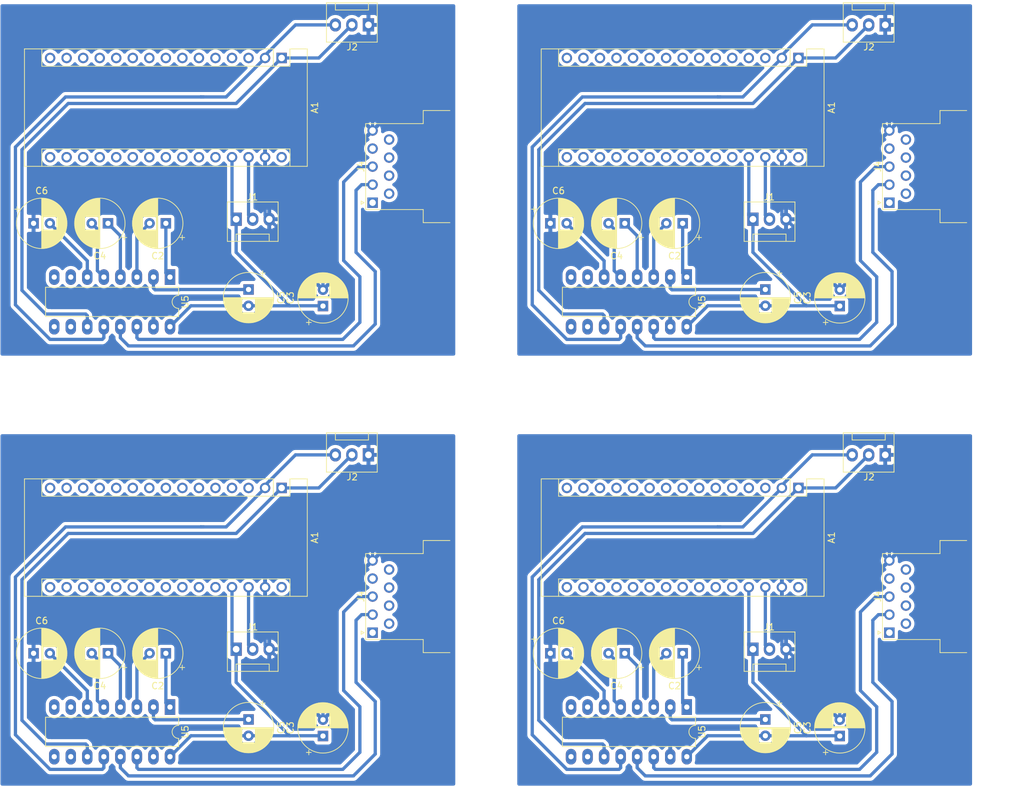
<source format=kicad_pcb>
(kicad_pcb (version 20171130) (host pcbnew "(5.1.8)-1")
  (layers (0 F.Cu signal) (31 B.Cu signal) (34 B.Paste user) (35 F.Paste user) (36 B.SilkS user) (37 F.SilkS user) (38 B.Mask user) (39 F.Mask user) (44 Edge.Cuts user))
  (net 0 "")
  (net 1 "Net-(A1-Pad1)")
  (net 2 "Net-(A1-Pad17)")
  (net 3 "Net-(A1-Pad2)")
  (net 4 "Net-(A1-Pad18)")
  (net 5 "Net-(A1-Pad3)")
  (net 6 "Net-(A1-Pad19)")
  (net 7 "Net-(A1-Pad4)")
  (net 8 "Net-(A1-Pad20)")
  (net 9 "Net-(A1-Pad5)")
  (net 10 "Net-(A1-Pad21)")
  (net 11 "Net-(A1-Pad6)")
  (net 12 "Net-(A1-Pad22)")
  (net 13 "Net-(A1-Pad7)")
  (net 14 "Net-(A1-Pad23)")
  (net 15 "Net-(A1-Pad8)")
  (net 16 "Net-(A1-Pad24)")
  (net 17 "Net-(A1-Pad9)")
  (net 18 "Net-(A1-Pad25)")
  (net 19 "Net-(A1-Pad10)")
  (net 20 "Net-(A1-Pad26)")
  (net 21 "Net-(A1-Pad11)")
  (net 22 +5V)
  (net 23 "Net-(A1-Pad12)")
  (net 24 "Net-(A1-Pad28)")
  (net 25 "Net-(A1-Pad13)")
  (net 26 GND)
  (net 27 "Net-(A1-Pad14)")
  (net 28 "Net-(A1-Pad30)")
  (net 29 "Net-(A1-Pad15)")
  (net 30 "Net-(A1-Pad16)")
  (net 31 "Net-(C2-Pad2)")
  (net 32 "Net-(C2-Pad1)")
  (net 33 "Net-(C4-Pad1)")
  (net 34 "Net-(C4-Pad2)")
  (net 35 "Net-(C5-Pad1)")
  (net 36 "Net-(C6-Pad2)")
  (net 37 "Net-(J4-Pad1)")
  (net 38 "Net-(J4-Pad2)")
  (net 39 "Net-(J4-Pad3)")
  (net 40 "Net-(J4-Pad4)")
  (net 41 "Net-(J4-Pad6)")
  (net 42 "Net-(J4-Pad7)")
  (net 43 "Net-(J4-Pad8)")
  (net 44 "Net-(J4-Pad9)")
  (net 45 "Net-(U5-Pad9)")
  (net 46 "Net-(U5-Pad10)")
  (net 47 "Net-(U5-Pad7)")
  (net 48 "Net-(U5-Pad8)")
  (module Capacitor_THT:CP_Radial_D7.5mm_P2.50mm (layer F.Cu) (at 91.44 131.445 180)
    (fp_text reference C2 (at 1.25 -5) (layer F.SilkS))
    (fp_text value 1uF)
    (pad 2 thru_hole circle (at 2.5 0 180) (size 1.6 1.6) (drill 0.8) (layers *.Cu *.Mask))
    (pad 1 thru_hole rect (at 0 0 180) (size 1.6 1.6) (drill 0.8) (layers *.Cu *.Mask))
  )
  (module Module:Arduino_Nano (layer F.Cu) (at 109.22 106.045 270)
    (fp_text reference A1 (at 7.62 -5.08 90) (layer F.SilkS))
    (fp_text value Arduino_Nano_v3.x)
    (pad 1 thru_hole rect (at 0 0 270) (size 1.6 1.6) (drill 1) (layers *.Cu *.Mask))
    (pad 17 thru_hole oval (at 15.24 33.02 270) (size 1.6 1.6) (drill 1) (layers *.Cu *.Mask))
    (pad 2 thru_hole oval (at 0 2.54 270) (size 1.6 1.6) (drill 1) (layers *.Cu *.Mask))
    (pad 18 thru_hole oval (at 15.24 30.48 270) (size 1.6 1.6) (drill 1) (layers *.Cu *.Mask))
    (pad 3 thru_hole oval (at 0 5.08 270) (size 1.6 1.6) (drill 1) (layers *.Cu *.Mask))
    (pad 19 thru_hole oval (at 15.24 27.94 270) (size 1.6 1.6) (drill 1) (layers *.Cu *.Mask))
    (pad 4 thru_hole oval (at 0 7.62 270) (size 1.6 1.6) (drill 1) (layers *.Cu *.Mask))
    (pad 20 thru_hole oval (at 15.24 25.4 270) (size 1.6 1.6) (drill 1) (layers *.Cu *.Mask))
    (pad 5 thru_hole oval (at 0 10.16 270) (size 1.6 1.6) (drill 1) (layers *.Cu *.Mask))
    (pad 21 thru_hole oval (at 15.24 22.86 270) (size 1.6 1.6) (drill 1) (layers *.Cu *.Mask))
    (pad 6 thru_hole oval (at 0 12.7 270) (size 1.6 1.6) (drill 1) (layers *.Cu *.Mask))
    (pad 22 thru_hole oval (at 15.24 20.32 270) (size 1.6 1.6) (drill 1) (layers *.Cu *.Mask))
    (pad 7 thru_hole oval (at 0 15.24 270) (size 1.6 1.6) (drill 1) (layers *.Cu *.Mask))
    (pad 23 thru_hole oval (at 15.24 17.78 270) (size 1.6 1.6) (drill 1) (layers *.Cu *.Mask))
    (pad 8 thru_hole oval (at 0 17.78 270) (size 1.6 1.6) (drill 1) (layers *.Cu *.Mask))
    (pad 24 thru_hole oval (at 15.24 15.24 270) (size 1.6 1.6) (drill 1) (layers *.Cu *.Mask))
    (pad 9 thru_hole oval (at 0 20.32 270) (size 1.6 1.6) (drill 1) (layers *.Cu *.Mask))
    (pad 25 thru_hole oval (at 15.24 12.7 270) (size 1.6 1.6) (drill 1) (layers *.Cu *.Mask))
    (pad 10 thru_hole oval (at 0 22.86 270) (size 1.6 1.6) (drill 1) (layers *.Cu *.Mask))
    (pad 26 thru_hole oval (at 15.24 10.16 270) (size 1.6 1.6) (drill 1) (layers *.Cu *.Mask))
    (pad 11 thru_hole oval (at 0 25.4 270) (size 1.6 1.6) (drill 1) (layers *.Cu *.Mask))
    (pad 27 thru_hole oval (at 15.24 7.62 270) (size 1.6 1.6) (drill 1) (layers *.Cu *.Mask))
    (pad 12 thru_hole oval (at 0 27.94 270) (size 1.6 1.6) (drill 1) (layers *.Cu *.Mask))
    (pad 28 thru_hole oval (at 15.24 5.08 270) (size 1.6 1.6) (drill 1) (layers *.Cu *.Mask))
    (pad 13 thru_hole oval (at 0 30.48 270) (size 1.6 1.6) (drill 1) (layers *.Cu *.Mask))
    (pad 29 thru_hole oval (at 15.24 2.54 270) (size 1.6 1.6) (drill 1) (layers *.Cu *.Mask))
    (pad 14 thru_hole oval (at 0 33.02 270) (size 1.6 1.6) (drill 1) (layers *.Cu *.Mask))
    (pad 30 thru_hole oval (at 15.24 0 270) (size 1.6 1.6) (drill 1) (layers *.Cu *.Mask))
    (pad 15 thru_hole oval (at 0 35.56 270) (size 1.6 1.6) (drill 1) (layers *.Cu *.Mask))
    (pad 16 thru_hole oval (at 15.24 35.56 270) (size 1.6 1.6) (drill 1) (layers *.Cu *.Mask))
  )
  (module Package_DIP:DIP-16_W7.62mm_LongPads (layer F.Cu) (at 92.075 139.7 270)
    (fp_text reference U5 (at 3.81 -2.33 90) (layer F.SilkS))
    (fp_text value MAX232)
    (pad 1 thru_hole rect (at 0 0 270) (size 2.4 1.6) (drill 0.8) (layers *.Cu *.Mask))
    (pad 9 thru_hole oval (at 7.62 17.78 270) (size 2.4 1.6) (drill 0.8) (layers *.Cu *.Mask))
    (pad 2 thru_hole oval (at 0 2.54 270) (size 2.4 1.6) (drill 0.8) (layers *.Cu *.Mask))
    (pad 10 thru_hole oval (at 7.62 15.24 270) (size 2.4 1.6) (drill 0.8) (layers *.Cu *.Mask))
    (pad 3 thru_hole oval (at 0 5.08 270) (size 2.4 1.6) (drill 0.8) (layers *.Cu *.Mask))
    (pad 11 thru_hole oval (at 7.62 12.7 270) (size 2.4 1.6) (drill 0.8) (layers *.Cu *.Mask))
    (pad 4 thru_hole oval (at 0 7.62 270) (size 2.4 1.6) (drill 0.8) (layers *.Cu *.Mask))
    (pad 12 thru_hole oval (at 7.62 10.16 270) (size 2.4 1.6) (drill 0.8) (layers *.Cu *.Mask))
    (pad 5 thru_hole oval (at 0 10.16 270) (size 2.4 1.6) (drill 0.8) (layers *.Cu *.Mask))
    (pad 13 thru_hole oval (at 7.62 7.62 270) (size 2.4 1.6) (drill 0.8) (layers *.Cu *.Mask))
    (pad 6 thru_hole oval (at 0 12.7 270) (size 2.4 1.6) (drill 0.8) (layers *.Cu *.Mask))
    (pad 14 thru_hole oval (at 7.62 5.08 270) (size 2.4 1.6) (drill 0.8) (layers *.Cu *.Mask))
    (pad 7 thru_hole oval (at 0 15.24 270) (size 2.4 1.6) (drill 0.8) (layers *.Cu *.Mask))
    (pad 15 thru_hole oval (at 7.62 2.54 270) (size 2.4 1.6) (drill 0.8) (layers *.Cu *.Mask))
    (pad 8 thru_hole oval (at 0 17.78 270) (size 2.4 1.6) (drill 0.8) (layers *.Cu *.Mask))
    (pad 16 thru_hole oval (at 7.62 0 270) (size 2.4 1.6) (drill 0.8) (layers *.Cu *.Mask))
  )
  (module Connector_Dsub:DSUB-9_Male_Horizontal_P2.77x2.54mm_EdgePinOffset9.40mm (layer F.Cu) (at 123.19 128.27 90)
    (fp_text reference J4 (at 5.54 -1.8 90) (layer F.SilkS))
    (fp_text value RS232)
    (pad 1 thru_hole rect (at 0 0 90) (size 1.6 1.6) (drill 1) (layers *.Cu *.Mask))
    (pad 2 thru_hole circle (at 2.77 0 90) (size 1.6 1.6) (drill 1) (layers *.Cu *.Mask))
    (pad 3 thru_hole circle (at 5.54 0 90) (size 1.6 1.6) (drill 1) (layers *.Cu *.Mask))
    (pad 4 thru_hole circle (at 8.31 0 90) (size 1.6 1.6) (drill 1) (layers *.Cu *.Mask))
    (pad 5 thru_hole circle (at 11.08 0 90) (size 1.6 1.6) (drill 1) (layers *.Cu *.Mask))
    (pad 6 thru_hole circle (at 1.385 2.54 90) (size 1.6 1.6) (drill 1) (layers *.Cu *.Mask))
    (pad 7 thru_hole circle (at 4.155 2.54 90) (size 1.6 1.6) (drill 1) (layers *.Cu *.Mask))
    (pad 8 thru_hole circle (at 6.925 2.54 90) (size 1.6 1.6) (drill 1) (layers *.Cu *.Mask))
    (pad 9 thru_hole circle (at 9.695 2.54 90) (size 1.6 1.6) (drill 1) (layers *.Cu *.Mask))
  )
  (module Connector:FanPinHeader_1x03_P2.54mm_Vertical (layer F.Cu) (at 122.555 100.965 180)
    (fp_text reference J2 (at 2.5 -3.4) (layer F.SilkS))
    (fp_text value "TTL port")
    (pad 3 thru_hole oval (at 5.08 0 270) (size 2.03 1.73) (drill 1.02) (layers *.Cu *.Mask))
    (pad 2 thru_hole oval (at 2.54 0 270) (size 2.03 1.73) (drill 1.02) (layers *.Cu *.Mask))
    (pad 1 thru_hole rect (at 0 0 270) (size 2.03 1.73) (drill 1.02) (layers *.Cu *.Mask))
  )
  (module Connector:FanPinHeader_1x03_P2.54mm_Vertical (layer F.Cu) (at 102.235 130.81)
    (fp_text reference J1 (at 2.5 -3.4) (layer F.SilkS))
    (fp_text value "Reset jumper")
    (pad 1 thru_hole rect (at 0 0 90) (size 2.03 1.73) (drill 1.02) (layers *.Cu *.Mask))
    (pad 2 thru_hole oval (at 2.54 0 90) (size 2.03 1.73) (drill 1.02) (layers *.Cu *.Mask))
    (pad 3 thru_hole oval (at 5.08 0 90) (size 2.03 1.73) (drill 1.02) (layers *.Cu *.Mask))
  )
  (module Capacitor_THT:CP_Radial_D7.5mm_P2.50mm (layer F.Cu) (at 71.12 131.445)
    (fp_text reference C6 (at 1.25 -5) (layer F.SilkS))
    (fp_text value 1uF)
    (pad 2 thru_hole circle (at 2.5 0) (size 1.6 1.6) (drill 0.8) (layers *.Cu *.Mask))
    (pad 1 thru_hole rect (at 0 0) (size 1.6 1.6) (drill 0.8) (layers *.Cu *.Mask))
  )
  (module Capacitor_THT:CP_Radial_D7.5mm_P2.50mm (layer F.Cu) (at 170.815 131.445 180)
    (fp_text reference C2 (at 1.25 -5) (layer F.SilkS))
    (fp_text value 1uF)
    (pad 1 thru_hole rect (at 0 0 180) (size 1.6 1.6) (drill 0.8) (layers *.Cu *.Mask))
    (pad 2 thru_hole circle (at 2.5 0 180) (size 1.6 1.6) (drill 0.8) (layers *.Cu *.Mask))
  )
  (module Module:Arduino_Nano (layer F.Cu) (at 188.595 106.045 270)
    (fp_text reference A1 (at 7.62 -5.08 90) (layer F.SilkS))
    (fp_text value Arduino_Nano_v3.x)
    (pad 16 thru_hole oval (at 15.24 35.56 270) (size 1.6 1.6) (drill 1) (layers *.Cu *.Mask))
    (pad 15 thru_hole oval (at 0 35.56 270) (size 1.6 1.6) (drill 1) (layers *.Cu *.Mask))
    (pad 30 thru_hole oval (at 15.24 0 270) (size 1.6 1.6) (drill 1) (layers *.Cu *.Mask))
    (pad 14 thru_hole oval (at 0 33.02 270) (size 1.6 1.6) (drill 1) (layers *.Cu *.Mask))
    (pad 29 thru_hole oval (at 15.24 2.54 270) (size 1.6 1.6) (drill 1) (layers *.Cu *.Mask))
    (pad 13 thru_hole oval (at 0 30.48 270) (size 1.6 1.6) (drill 1) (layers *.Cu *.Mask))
    (pad 28 thru_hole oval (at 15.24 5.08 270) (size 1.6 1.6) (drill 1) (layers *.Cu *.Mask))
    (pad 12 thru_hole oval (at 0 27.94 270) (size 1.6 1.6) (drill 1) (layers *.Cu *.Mask))
    (pad 27 thru_hole oval (at 15.24 7.62 270) (size 1.6 1.6) (drill 1) (layers *.Cu *.Mask))
    (pad 11 thru_hole oval (at 0 25.4 270) (size 1.6 1.6) (drill 1) (layers *.Cu *.Mask))
    (pad 26 thru_hole oval (at 15.24 10.16 270) (size 1.6 1.6) (drill 1) (layers *.Cu *.Mask))
    (pad 10 thru_hole oval (at 0 22.86 270) (size 1.6 1.6) (drill 1) (layers *.Cu *.Mask))
    (pad 25 thru_hole oval (at 15.24 12.7 270) (size 1.6 1.6) (drill 1) (layers *.Cu *.Mask))
    (pad 9 thru_hole oval (at 0 20.32 270) (size 1.6 1.6) (drill 1) (layers *.Cu *.Mask))
    (pad 24 thru_hole oval (at 15.24 15.24 270) (size 1.6 1.6) (drill 1) (layers *.Cu *.Mask))
    (pad 8 thru_hole oval (at 0 17.78 270) (size 1.6 1.6) (drill 1) (layers *.Cu *.Mask))
    (pad 23 thru_hole oval (at 15.24 17.78 270) (size 1.6 1.6) (drill 1) (layers *.Cu *.Mask))
    (pad 7 thru_hole oval (at 0 15.24 270) (size 1.6 1.6) (drill 1) (layers *.Cu *.Mask))
    (pad 22 thru_hole oval (at 15.24 20.32 270) (size 1.6 1.6) (drill 1) (layers *.Cu *.Mask))
    (pad 6 thru_hole oval (at 0 12.7 270) (size 1.6 1.6) (drill 1) (layers *.Cu *.Mask))
    (pad 21 thru_hole oval (at 15.24 22.86 270) (size 1.6 1.6) (drill 1) (layers *.Cu *.Mask))
    (pad 5 thru_hole oval (at 0 10.16 270) (size 1.6 1.6) (drill 1) (layers *.Cu *.Mask))
    (pad 20 thru_hole oval (at 15.24 25.4 270) (size 1.6 1.6) (drill 1) (layers *.Cu *.Mask))
    (pad 4 thru_hole oval (at 0 7.62 270) (size 1.6 1.6) (drill 1) (layers *.Cu *.Mask))
    (pad 19 thru_hole oval (at 15.24 27.94 270) (size 1.6 1.6) (drill 1) (layers *.Cu *.Mask))
    (pad 3 thru_hole oval (at 0 5.08 270) (size 1.6 1.6) (drill 1) (layers *.Cu *.Mask))
    (pad 18 thru_hole oval (at 15.24 30.48 270) (size 1.6 1.6) (drill 1) (layers *.Cu *.Mask))
    (pad 2 thru_hole oval (at 0 2.54 270) (size 1.6 1.6) (drill 1) (layers *.Cu *.Mask))
    (pad 17 thru_hole oval (at 15.24 33.02 270) (size 1.6 1.6) (drill 1) (layers *.Cu *.Mask))
    (pad 1 thru_hole rect (at 0 0 270) (size 1.6 1.6) (drill 1) (layers *.Cu *.Mask))
  )
  (module Package_DIP:DIP-16_W7.62mm_LongPads (layer F.Cu) (at 171.45 139.7 270)
    (fp_text reference U5 (at 3.81 -2.33 90) (layer F.SilkS))
    (fp_text value MAX232)
    (pad 16 thru_hole oval (at 7.62 0 270) (size 2.4 1.6) (drill 0.8) (layers *.Cu *.Mask))
    (pad 8 thru_hole oval (at 0 17.78 270) (size 2.4 1.6) (drill 0.8) (layers *.Cu *.Mask))
    (pad 15 thru_hole oval (at 7.62 2.54 270) (size 2.4 1.6) (drill 0.8) (layers *.Cu *.Mask))
    (pad 7 thru_hole oval (at 0 15.24 270) (size 2.4 1.6) (drill 0.8) (layers *.Cu *.Mask))
    (pad 14 thru_hole oval (at 7.62 5.08 270) (size 2.4 1.6) (drill 0.8) (layers *.Cu *.Mask))
    (pad 6 thru_hole oval (at 0 12.7 270) (size 2.4 1.6) (drill 0.8) (layers *.Cu *.Mask))
    (pad 13 thru_hole oval (at 7.62 7.62 270) (size 2.4 1.6) (drill 0.8) (layers *.Cu *.Mask))
    (pad 5 thru_hole oval (at 0 10.16 270) (size 2.4 1.6) (drill 0.8) (layers *.Cu *.Mask))
    (pad 12 thru_hole oval (at 7.62 10.16 270) (size 2.4 1.6) (drill 0.8) (layers *.Cu *.Mask))
    (pad 4 thru_hole oval (at 0 7.62 270) (size 2.4 1.6) (drill 0.8) (layers *.Cu *.Mask))
    (pad 11 thru_hole oval (at 7.62 12.7 270) (size 2.4 1.6) (drill 0.8) (layers *.Cu *.Mask))
    (pad 3 thru_hole oval (at 0 5.08 270) (size 2.4 1.6) (drill 0.8) (layers *.Cu *.Mask))
    (pad 10 thru_hole oval (at 7.62 15.24 270) (size 2.4 1.6) (drill 0.8) (layers *.Cu *.Mask))
    (pad 2 thru_hole oval (at 0 2.54 270) (size 2.4 1.6) (drill 0.8) (layers *.Cu *.Mask))
    (pad 9 thru_hole oval (at 7.62 17.78 270) (size 2.4 1.6) (drill 0.8) (layers *.Cu *.Mask))
    (pad 1 thru_hole rect (at 0 0 270) (size 2.4 1.6) (drill 0.8) (layers *.Cu *.Mask))
  )
  (module Connector_Dsub:DSUB-9_Male_Horizontal_P2.77x2.54mm_EdgePinOffset9.40mm (layer F.Cu) (at 202.565 128.27 90)
    (fp_text reference J4 (at 5.54 -1.8 90) (layer F.SilkS))
    (fp_text value RS232)
    (pad 9 thru_hole circle (at 9.695 2.54 90) (size 1.6 1.6) (drill 1) (layers *.Cu *.Mask))
    (pad 8 thru_hole circle (at 6.925 2.54 90) (size 1.6 1.6) (drill 1) (layers *.Cu *.Mask))
    (pad 7 thru_hole circle (at 4.155 2.54 90) (size 1.6 1.6) (drill 1) (layers *.Cu *.Mask))
    (pad 6 thru_hole circle (at 1.385 2.54 90) (size 1.6 1.6) (drill 1) (layers *.Cu *.Mask))
    (pad 5 thru_hole circle (at 11.08 0 90) (size 1.6 1.6) (drill 1) (layers *.Cu *.Mask))
    (pad 4 thru_hole circle (at 8.31 0 90) (size 1.6 1.6) (drill 1) (layers *.Cu *.Mask))
    (pad 3 thru_hole circle (at 5.54 0 90) (size 1.6 1.6) (drill 1) (layers *.Cu *.Mask))
    (pad 2 thru_hole circle (at 2.77 0 90) (size 1.6 1.6) (drill 1) (layers *.Cu *.Mask))
    (pad 1 thru_hole rect (at 0 0 90) (size 1.6 1.6) (drill 1) (layers *.Cu *.Mask))
  )
  (module Connector:FanPinHeader_1x03_P2.54mm_Vertical (layer F.Cu) (at 201.93 100.965 180)
    (fp_text reference J2 (at 2.5 -3.4) (layer F.SilkS))
    (fp_text value "TTL port")
    (pad 1 thru_hole rect (at 0 0 270) (size 2.03 1.73) (drill 1.02) (layers *.Cu *.Mask))
    (pad 2 thru_hole oval (at 2.54 0 270) (size 2.03 1.73) (drill 1.02) (layers *.Cu *.Mask))
    (pad 3 thru_hole oval (at 5.08 0 270) (size 2.03 1.73) (drill 1.02) (layers *.Cu *.Mask))
  )
  (module Connector:FanPinHeader_1x03_P2.54mm_Vertical (layer F.Cu) (at 181.61 130.81)
    (fp_text reference J1 (at 2.5 -3.4) (layer F.SilkS))
    (fp_text value "Reset jumper")
    (pad 3 thru_hole oval (at 5.08 0 90) (size 2.03 1.73) (drill 1.02) (layers *.Cu *.Mask))
    (pad 2 thru_hole oval (at 2.54 0 90) (size 2.03 1.73) (drill 1.02) (layers *.Cu *.Mask))
    (pad 1 thru_hole rect (at 0 0 90) (size 2.03 1.73) (drill 1.02) (layers *.Cu *.Mask))
  )
  (module Capacitor_THT:CP_Radial_D7.5mm_P2.50mm (layer F.Cu) (at 150.495 131.445)
    (fp_text reference C6 (at 1.25 -5) (layer F.SilkS))
    (fp_text value 1uF)
    (pad 1 thru_hole rect (at 0 0) (size 1.6 1.6) (drill 0.8) (layers *.Cu *.Mask))
    (pad 2 thru_hole circle (at 2.5 0) (size 1.6 1.6) (drill 0.8) (layers *.Cu *.Mask))
  )
  (module Capacitor_THT:CP_Radial_D7.5mm_P2.50mm (layer F.Cu) (at 183.515 141.605 270)
    (fp_text reference C5 (at 1.25 -5 90) (layer F.SilkS))
    (fp_text value 1uF)
    (pad 2 thru_hole circle (at 2.5 0 270) (size 1.6 1.6) (drill 0.8) (layers *.Cu *.Mask))
    (pad 1 thru_hole rect (at 0 0 270) (size 1.6 1.6) (drill 0.8) (layers *.Cu *.Mask))
  )
  (module Capacitor_THT:CP_Radial_D7.5mm_P2.50mm (layer F.Cu) (at 161.925 131.445 180)
    (fp_text reference C4 (at 1.25 -5) (layer F.SilkS))
    (fp_text value 1uF)
    (pad 2 thru_hole circle (at 2.5 0 180) (size 1.6 1.6) (drill 0.8) (layers *.Cu *.Mask))
    (pad 1 thru_hole rect (at 0 0 180) (size 1.6 1.6) (drill 0.8) (layers *.Cu *.Mask))
  )
  (module Capacitor_THT:CP_Radial_D7.5mm_P2.50mm (layer F.Cu) (at 194.945 144.145 90)
    (fp_text reference C3 (at 1.25 -5 90) (layer F.SilkS))
    (fp_text value 1uF)
    (pad 2 thru_hole circle (at 2.5 0 90) (size 1.6 1.6) (drill 0.8) (layers *.Cu *.Mask))
    (pad 1 thru_hole rect (at 0 0 90) (size 1.6 1.6) (drill 0.8) (layers *.Cu *.Mask))
  )
  (module Capacitor_THT:CP_Radial_D7.5mm_P2.50mm (layer F.Cu) (at 104.14 141.605 270)
    (fp_text reference C5 (at 1.25 -5 90) (layer F.SilkS))
    (fp_text value 1uF)
    (pad 1 thru_hole rect (at 0 0 270) (size 1.6 1.6) (drill 0.8) (layers *.Cu *.Mask))
    (pad 2 thru_hole circle (at 2.5 0 270) (size 1.6 1.6) (drill 0.8) (layers *.Cu *.Mask))
  )
  (module Capacitor_THT:CP_Radial_D7.5mm_P2.50mm (layer F.Cu) (at 82.55 131.445 180)
    (fp_text reference C4 (at 1.25 -5) (layer F.SilkS))
    (fp_text value 1uF)
    (pad 1 thru_hole rect (at 0 0 180) (size 1.6 1.6) (drill 0.8) (layers *.Cu *.Mask))
    (pad 2 thru_hole circle (at 2.5 0 180) (size 1.6 1.6) (drill 0.8) (layers *.Cu *.Mask))
  )
  (module Capacitor_THT:CP_Radial_D7.5mm_P2.50mm (layer F.Cu) (at 115.57 144.145 90)
    (fp_text reference C3 (at 1.25 -5 90) (layer F.SilkS))
    (fp_text value 1uF)
    (pad 1 thru_hole rect (at 0 0 90) (size 1.6 1.6) (drill 0.8) (layers *.Cu *.Mask))
    (pad 2 thru_hole circle (at 2.5 0 90) (size 1.6 1.6) (drill 0.8) (layers *.Cu *.Mask))
  )
  (module Capacitor_THT:CP_Radial_D7.5mm_P2.50mm (layer F.Cu) (at 91.44 65.405 180)
    (fp_text reference C2 (at 1.25 -5) (layer F.SilkS))
    (fp_text value 1uF)
    (pad 1 thru_hole rect (at 0 0 180) (size 1.6 1.6) (drill 0.8) (layers *.Cu *.Mask))
    (pad 2 thru_hole circle (at 2.5 0 180) (size 1.6 1.6) (drill 0.8) (layers *.Cu *.Mask))
  )
  (module Module:Arduino_Nano (layer F.Cu) (at 109.22 40.005 270)
    (fp_text reference A1 (at 7.62 -5.08 90) (layer F.SilkS))
    (fp_text value Arduino_Nano_v3.x)
    (pad 16 thru_hole oval (at 15.24 35.56 270) (size 1.6 1.6) (drill 1) (layers *.Cu *.Mask))
    (pad 15 thru_hole oval (at 0 35.56 270) (size 1.6 1.6) (drill 1) (layers *.Cu *.Mask))
    (pad 30 thru_hole oval (at 15.24 0 270) (size 1.6 1.6) (drill 1) (layers *.Cu *.Mask))
    (pad 14 thru_hole oval (at 0 33.02 270) (size 1.6 1.6) (drill 1) (layers *.Cu *.Mask))
    (pad 29 thru_hole oval (at 15.24 2.54 270) (size 1.6 1.6) (drill 1) (layers *.Cu *.Mask))
    (pad 13 thru_hole oval (at 0 30.48 270) (size 1.6 1.6) (drill 1) (layers *.Cu *.Mask))
    (pad 28 thru_hole oval (at 15.24 5.08 270) (size 1.6 1.6) (drill 1) (layers *.Cu *.Mask))
    (pad 12 thru_hole oval (at 0 27.94 270) (size 1.6 1.6) (drill 1) (layers *.Cu *.Mask))
    (pad 27 thru_hole oval (at 15.24 7.62 270) (size 1.6 1.6) (drill 1) (layers *.Cu *.Mask))
    (pad 11 thru_hole oval (at 0 25.4 270) (size 1.6 1.6) (drill 1) (layers *.Cu *.Mask))
    (pad 26 thru_hole oval (at 15.24 10.16 270) (size 1.6 1.6) (drill 1) (layers *.Cu *.Mask))
    (pad 10 thru_hole oval (at 0 22.86 270) (size 1.6 1.6) (drill 1) (layers *.Cu *.Mask))
    (pad 25 thru_hole oval (at 15.24 12.7 270) (size 1.6 1.6) (drill 1) (layers *.Cu *.Mask))
    (pad 9 thru_hole oval (at 0 20.32 270) (size 1.6 1.6) (drill 1) (layers *.Cu *.Mask))
    (pad 24 thru_hole oval (at 15.24 15.24 270) (size 1.6 1.6) (drill 1) (layers *.Cu *.Mask))
    (pad 8 thru_hole oval (at 0 17.78 270) (size 1.6 1.6) (drill 1) (layers *.Cu *.Mask))
    (pad 23 thru_hole oval (at 15.24 17.78 270) (size 1.6 1.6) (drill 1) (layers *.Cu *.Mask))
    (pad 7 thru_hole oval (at 0 15.24 270) (size 1.6 1.6) (drill 1) (layers *.Cu *.Mask))
    (pad 22 thru_hole oval (at 15.24 20.32 270) (size 1.6 1.6) (drill 1) (layers *.Cu *.Mask))
    (pad 6 thru_hole oval (at 0 12.7 270) (size 1.6 1.6) (drill 1) (layers *.Cu *.Mask))
    (pad 21 thru_hole oval (at 15.24 22.86 270) (size 1.6 1.6) (drill 1) (layers *.Cu *.Mask))
    (pad 5 thru_hole oval (at 0 10.16 270) (size 1.6 1.6) (drill 1) (layers *.Cu *.Mask))
    (pad 20 thru_hole oval (at 15.24 25.4 270) (size 1.6 1.6) (drill 1) (layers *.Cu *.Mask))
    (pad 4 thru_hole oval (at 0 7.62 270) (size 1.6 1.6) (drill 1) (layers *.Cu *.Mask))
    (pad 19 thru_hole oval (at 15.24 27.94 270) (size 1.6 1.6) (drill 1) (layers *.Cu *.Mask))
    (pad 3 thru_hole oval (at 0 5.08 270) (size 1.6 1.6) (drill 1) (layers *.Cu *.Mask))
    (pad 18 thru_hole oval (at 15.24 30.48 270) (size 1.6 1.6) (drill 1) (layers *.Cu *.Mask))
    (pad 2 thru_hole oval (at 0 2.54 270) (size 1.6 1.6) (drill 1) (layers *.Cu *.Mask))
    (pad 17 thru_hole oval (at 15.24 33.02 270) (size 1.6 1.6) (drill 1) (layers *.Cu *.Mask))
    (pad 1 thru_hole rect (at 0 0 270) (size 1.6 1.6) (drill 1) (layers *.Cu *.Mask))
  )
  (module Package_DIP:DIP-16_W7.62mm_LongPads (layer F.Cu) (at 92.075 73.66 270)
    (fp_text reference U5 (at 3.81 -2.33 90) (layer F.SilkS))
    (fp_text value MAX232)
    (pad 16 thru_hole oval (at 7.62 0 270) (size 2.4 1.6) (drill 0.8) (layers *.Cu *.Mask))
    (pad 8 thru_hole oval (at 0 17.78 270) (size 2.4 1.6) (drill 0.8) (layers *.Cu *.Mask))
    (pad 15 thru_hole oval (at 7.62 2.54 270) (size 2.4 1.6) (drill 0.8) (layers *.Cu *.Mask))
    (pad 7 thru_hole oval (at 0 15.24 270) (size 2.4 1.6) (drill 0.8) (layers *.Cu *.Mask))
    (pad 14 thru_hole oval (at 7.62 5.08 270) (size 2.4 1.6) (drill 0.8) (layers *.Cu *.Mask))
    (pad 6 thru_hole oval (at 0 12.7 270) (size 2.4 1.6) (drill 0.8) (layers *.Cu *.Mask))
    (pad 13 thru_hole oval (at 7.62 7.62 270) (size 2.4 1.6) (drill 0.8) (layers *.Cu *.Mask))
    (pad 5 thru_hole oval (at 0 10.16 270) (size 2.4 1.6) (drill 0.8) (layers *.Cu *.Mask))
    (pad 12 thru_hole oval (at 7.62 10.16 270) (size 2.4 1.6) (drill 0.8) (layers *.Cu *.Mask))
    (pad 4 thru_hole oval (at 0 7.62 270) (size 2.4 1.6) (drill 0.8) (layers *.Cu *.Mask))
    (pad 11 thru_hole oval (at 7.62 12.7 270) (size 2.4 1.6) (drill 0.8) (layers *.Cu *.Mask))
    (pad 3 thru_hole oval (at 0 5.08 270) (size 2.4 1.6) (drill 0.8) (layers *.Cu *.Mask))
    (pad 10 thru_hole oval (at 7.62 15.24 270) (size 2.4 1.6) (drill 0.8) (layers *.Cu *.Mask))
    (pad 2 thru_hole oval (at 0 2.54 270) (size 2.4 1.6) (drill 0.8) (layers *.Cu *.Mask))
    (pad 9 thru_hole oval (at 7.62 17.78 270) (size 2.4 1.6) (drill 0.8) (layers *.Cu *.Mask))
    (pad 1 thru_hole rect (at 0 0 270) (size 2.4 1.6) (drill 0.8) (layers *.Cu *.Mask))
  )
  (module Connector_Dsub:DSUB-9_Male_Horizontal_P2.77x2.54mm_EdgePinOffset9.40mm (layer F.Cu) (at 123.19 62.23 90)
    (fp_text reference J4 (at 5.54 -1.8 90) (layer F.SilkS))
    (fp_text value RS232)
    (pad 9 thru_hole circle (at 9.695 2.54 90) (size 1.6 1.6) (drill 1) (layers *.Cu *.Mask))
    (pad 8 thru_hole circle (at 6.925 2.54 90) (size 1.6 1.6) (drill 1) (layers *.Cu *.Mask))
    (pad 7 thru_hole circle (at 4.155 2.54 90) (size 1.6 1.6) (drill 1) (layers *.Cu *.Mask))
    (pad 6 thru_hole circle (at 1.385 2.54 90) (size 1.6 1.6) (drill 1) (layers *.Cu *.Mask))
    (pad 5 thru_hole circle (at 11.08 0 90) (size 1.6 1.6) (drill 1) (layers *.Cu *.Mask))
    (pad 4 thru_hole circle (at 8.31 0 90) (size 1.6 1.6) (drill 1) (layers *.Cu *.Mask))
    (pad 3 thru_hole circle (at 5.54 0 90) (size 1.6 1.6) (drill 1) (layers *.Cu *.Mask))
    (pad 2 thru_hole circle (at 2.77 0 90) (size 1.6 1.6) (drill 1) (layers *.Cu *.Mask))
    (pad 1 thru_hole rect (at 0 0 90) (size 1.6 1.6) (drill 1) (layers *.Cu *.Mask))
  )
  (module Connector:FanPinHeader_1x03_P2.54mm_Vertical (layer F.Cu) (at 122.555 34.925 180)
    (fp_text reference J2 (at 2.5 -3.4) (layer F.SilkS))
    (fp_text value "TTL port")
    (pad 1 thru_hole rect (at 0 0 270) (size 2.03 1.73) (drill 1.02) (layers *.Cu *.Mask))
    (pad 2 thru_hole oval (at 2.54 0 270) (size 2.03 1.73) (drill 1.02) (layers *.Cu *.Mask))
    (pad 3 thru_hole oval (at 5.08 0 270) (size 2.03 1.73) (drill 1.02) (layers *.Cu *.Mask))
  )
  (module Connector:FanPinHeader_1x03_P2.54mm_Vertical (layer F.Cu) (at 102.235 64.77)
    (fp_text reference J1 (at 2.5 -3.4) (layer F.SilkS))
    (fp_text value "Reset jumper")
    (pad 3 thru_hole oval (at 5.08 0 90) (size 2.03 1.73) (drill 1.02) (layers *.Cu *.Mask))
    (pad 2 thru_hole oval (at 2.54 0 90) (size 2.03 1.73) (drill 1.02) (layers *.Cu *.Mask))
    (pad 1 thru_hole rect (at 0 0 90) (size 2.03 1.73) (drill 1.02) (layers *.Cu *.Mask))
  )
  (module Capacitor_THT:CP_Radial_D7.5mm_P2.50mm (layer F.Cu) (at 71.12 65.405)
    (fp_text reference C6 (at 1.25 -5) (layer F.SilkS))
    (fp_text value 1uF)
    (pad 1 thru_hole rect (at 0 0) (size 1.6 1.6) (drill 0.8) (layers *.Cu *.Mask))
    (pad 2 thru_hole circle (at 2.5 0) (size 1.6 1.6) (drill 0.8) (layers *.Cu *.Mask))
  )
  (module Capacitor_THT:CP_Radial_D7.5mm_P2.50mm (layer F.Cu) (at 104.14 75.565 270)
    (fp_text reference C5 (at 1.25 -5 90) (layer F.SilkS))
    (fp_text value 1uF)
    (pad 2 thru_hole circle (at 2.5 0 270) (size 1.6 1.6) (drill 0.8) (layers *.Cu *.Mask))
    (pad 1 thru_hole rect (at 0 0 270) (size 1.6 1.6) (drill 0.8) (layers *.Cu *.Mask))
  )
  (module Capacitor_THT:CP_Radial_D7.5mm_P2.50mm (layer F.Cu) (at 82.55 65.405 180)
    (fp_text reference C4 (at 1.25 -5) (layer F.SilkS))
    (fp_text value 1uF)
    (pad 2 thru_hole circle (at 2.5 0 180) (size 1.6 1.6) (drill 0.8) (layers *.Cu *.Mask))
    (pad 1 thru_hole rect (at 0 0 180) (size 1.6 1.6) (drill 0.8) (layers *.Cu *.Mask))
  )
  (module Capacitor_THT:CP_Radial_D7.5mm_P2.50mm (layer F.Cu) (at 115.57 78.105 90)
    (fp_text reference C3 (at 1.25 -5 90) (layer F.SilkS))
    (fp_text value 1uF)
    (pad 2 thru_hole circle (at 2.5 0 90) (size 1.6 1.6) (drill 0.8) (layers *.Cu *.Mask))
    (pad 1 thru_hole rect (at 0 0 90) (size 1.6 1.6) (drill 0.8) (layers *.Cu *.Mask))
  )
  (module Module:Arduino_Nano (layer F.Cu) (at 188.595 40.005 270)
    (fp_text reference A1 (at 7.62 -5.08 90) (layer F.SilkS))
    (fp_text value Arduino_Nano_v3.x)
    (pad 1 thru_hole rect (at 0 0 270) (size 1.6 1.6) (drill 1) (layers *.Cu *.Mask) (net 1 "Net-(A1-Pad1)"))
    (pad 17 thru_hole oval (at 15.24 33.02 270) (size 1.6 1.6) (drill 1) (layers *.Cu *.Mask) (net 2 "Net-(A1-Pad17)"))
    (pad 2 thru_hole oval (at 0 2.54 270) (size 1.6 1.6) (drill 1) (layers *.Cu *.Mask) (net 3 "Net-(A1-Pad2)"))
    (pad 18 thru_hole oval (at 15.24 30.48 270) (size 1.6 1.6) (drill 1) (layers *.Cu *.Mask) (net 4 "Net-(A1-Pad18)"))
    (pad 3 thru_hole oval (at 0 5.08 270) (size 1.6 1.6) (drill 1) (layers *.Cu *.Mask) (net 5 "Net-(A1-Pad3)"))
    (pad 19 thru_hole oval (at 15.24 27.94 270) (size 1.6 1.6) (drill 1) (layers *.Cu *.Mask) (net 6 "Net-(A1-Pad19)"))
    (pad 4 thru_hole oval (at 0 7.62 270) (size 1.6 1.6) (drill 1) (layers *.Cu *.Mask) (net 7 "Net-(A1-Pad4)"))
    (pad 20 thru_hole oval (at 15.24 25.4 270) (size 1.6 1.6) (drill 1) (layers *.Cu *.Mask) (net 8 "Net-(A1-Pad20)"))
    (pad 5 thru_hole oval (at 0 10.16 270) (size 1.6 1.6) (drill 1) (layers *.Cu *.Mask) (net 9 "Net-(A1-Pad5)"))
    (pad 21 thru_hole oval (at 15.24 22.86 270) (size 1.6 1.6) (drill 1) (layers *.Cu *.Mask) (net 10 "Net-(A1-Pad21)"))
    (pad 6 thru_hole oval (at 0 12.7 270) (size 1.6 1.6) (drill 1) (layers *.Cu *.Mask) (net 11 "Net-(A1-Pad6)"))
    (pad 22 thru_hole oval (at 15.24 20.32 270) (size 1.6 1.6) (drill 1) (layers *.Cu *.Mask) (net 12 "Net-(A1-Pad22)"))
    (pad 7 thru_hole oval (at 0 15.24 270) (size 1.6 1.6) (drill 1) (layers *.Cu *.Mask) (net 13 "Net-(A1-Pad7)"))
    (pad 23 thru_hole oval (at 15.24 17.78 270) (size 1.6 1.6) (drill 1) (layers *.Cu *.Mask) (net 14 "Net-(A1-Pad23)"))
    (pad 8 thru_hole oval (at 0 17.78 270) (size 1.6 1.6) (drill 1) (layers *.Cu *.Mask) (net 15 "Net-(A1-Pad8)"))
    (pad 24 thru_hole oval (at 15.24 15.24 270) (size 1.6 1.6) (drill 1) (layers *.Cu *.Mask) (net 16 "Net-(A1-Pad24)"))
    (pad 9 thru_hole oval (at 0 20.32 270) (size 1.6 1.6) (drill 1) (layers *.Cu *.Mask) (net 17 "Net-(A1-Pad9)"))
    (pad 25 thru_hole oval (at 15.24 12.7 270) (size 1.6 1.6) (drill 1) (layers *.Cu *.Mask) (net 18 "Net-(A1-Pad25)"))
    (pad 10 thru_hole oval (at 0 22.86 270) (size 1.6 1.6) (drill 1) (layers *.Cu *.Mask) (net 19 "Net-(A1-Pad10)"))
    (pad 26 thru_hole oval (at 15.24 10.16 270) (size 1.6 1.6) (drill 1) (layers *.Cu *.Mask) (net 20 "Net-(A1-Pad26)"))
    (pad 11 thru_hole oval (at 0 25.4 270) (size 1.6 1.6) (drill 1) (layers *.Cu *.Mask) (net 21 "Net-(A1-Pad11)"))
    (pad 27 thru_hole oval (at 15.24 7.62 270) (size 1.6 1.6) (drill 1) (layers *.Cu *.Mask) (net 22 +5V))
    (pad 12 thru_hole oval (at 0 27.94 270) (size 1.6 1.6) (drill 1) (layers *.Cu *.Mask) (net 23 "Net-(A1-Pad12)"))
    (pad 28 thru_hole oval (at 15.24 5.08 270) (size 1.6 1.6) (drill 1) (layers *.Cu *.Mask) (net 24 "Net-(A1-Pad28)"))
    (pad 13 thru_hole oval (at 0 30.48 270) (size 1.6 1.6) (drill 1) (layers *.Cu *.Mask) (net 25 "Net-(A1-Pad13)"))
    (pad 29 thru_hole oval (at 15.24 2.54 270) (size 1.6 1.6) (drill 1) (layers *.Cu *.Mask) (net 26 GND))
    (pad 14 thru_hole oval (at 0 33.02 270) (size 1.6 1.6) (drill 1) (layers *.Cu *.Mask) (net 27 "Net-(A1-Pad14)"))
    (pad 30 thru_hole oval (at 15.24 0 270) (size 1.6 1.6) (drill 1) (layers *.Cu *.Mask) (net 28 "Net-(A1-Pad30)"))
    (pad 15 thru_hole oval (at 0 35.56 270) (size 1.6 1.6) (drill 1) (layers *.Cu *.Mask) (net 29 "Net-(A1-Pad15)"))
    (pad 16 thru_hole oval (at 15.24 35.56 270) (size 1.6 1.6) (drill 1) (layers *.Cu *.Mask) (net 30 "Net-(A1-Pad16)"))
  )
  (module Capacitor_THT:CP_Radial_D7.5mm_P2.50mm (layer F.Cu) (at 170.815 65.405 180)
    (fp_text reference C2 (at 1.25 -5) (layer F.SilkS))
    (fp_text value 1uF)
    (pad 2 thru_hole circle (at 2.5 0 180) (size 1.6 1.6) (drill 0.8) (layers *.Cu *.Mask) (net 31 "Net-(C2-Pad2)"))
    (pad 1 thru_hole rect (at 0 0 180) (size 1.6 1.6) (drill 0.8) (layers *.Cu *.Mask) (net 32 "Net-(C2-Pad1)"))
  )
  (module Capacitor_THT:CP_Radial_D7.5mm_P2.50mm (layer F.Cu) (at 194.945 78.105 90)
    (fp_text reference C3 (at 1.25 -5 90) (layer F.SilkS))
    (fp_text value 1uF)
    (pad 1 thru_hole rect (at 0 0 90) (size 1.6 1.6) (drill 0.8) (layers *.Cu *.Mask) (net 22 +5V))
    (pad 2 thru_hole circle (at 2.5 0 90) (size 1.6 1.6) (drill 0.8) (layers *.Cu *.Mask) (net 26 GND))
  )
  (module Capacitor_THT:CP_Radial_D7.5mm_P2.50mm (layer F.Cu) (at 161.925 65.405 180)
    (fp_text reference C4 (at 1.25 -5) (layer F.SilkS))
    (fp_text value 1uF)
    (pad 1 thru_hole rect (at 0 0 180) (size 1.6 1.6) (drill 0.8) (layers *.Cu *.Mask) (net 33 "Net-(C4-Pad1)"))
    (pad 2 thru_hole circle (at 2.5 0 180) (size 1.6 1.6) (drill 0.8) (layers *.Cu *.Mask) (net 34 "Net-(C4-Pad2)"))
  )
  (module Capacitor_THT:CP_Radial_D7.5mm_P2.50mm (layer F.Cu) (at 183.515 75.565 270)
    (fp_text reference C5 (at 1.25 -5 90) (layer F.SilkS))
    (fp_text value 1uF)
    (pad 1 thru_hole rect (at 0 0 270) (size 1.6 1.6) (drill 0.8) (layers *.Cu *.Mask) (net 35 "Net-(C5-Pad1)"))
    (pad 2 thru_hole circle (at 2.5 0 270) (size 1.6 1.6) (drill 0.8) (layers *.Cu *.Mask) (net 22 +5V))
  )
  (module Capacitor_THT:CP_Radial_D7.5mm_P2.50mm (layer F.Cu) (at 150.495 65.405)
    (fp_text reference C6 (at 1.25 -5) (layer F.SilkS))
    (fp_text value 1uF)
    (pad 2 thru_hole circle (at 2.5 0) (size 1.6 1.6) (drill 0.8) (layers *.Cu *.Mask) (net 36 "Net-(C6-Pad2)"))
    (pad 1 thru_hole rect (at 0 0) (size 1.6 1.6) (drill 0.8) (layers *.Cu *.Mask) (net 26 GND))
  )
  (module Connector:FanPinHeader_1x03_P2.54mm_Vertical (layer F.Cu) (at 181.61 64.77)
    (fp_text reference J1 (at 2.5 -3.4) (layer F.SilkS))
    (fp_text value "Reset jumper")
    (pad 1 thru_hole rect (at 0 0 90) (size 2.03 1.73) (drill 1.02) (layers *.Cu *.Mask) (net 22 +5V))
    (pad 2 thru_hole oval (at 2.54 0 90) (size 2.03 1.73) (drill 1.02) (layers *.Cu *.Mask) (net 24 "Net-(A1-Pad28)"))
    (pad 3 thru_hole oval (at 5.08 0 90) (size 2.03 1.73) (drill 1.02) (layers *.Cu *.Mask) (net 26 GND))
  )
  (module Connector:FanPinHeader_1x03_P2.54mm_Vertical (layer F.Cu) (at 201.93 34.925 180)
    (fp_text reference J2 (at 2.5 -3.4) (layer F.SilkS))
    (fp_text value "TTL port")
    (pad 3 thru_hole oval (at 5.08 0 270) (size 2.03 1.73) (drill 1.02) (layers *.Cu *.Mask) (net 3 "Net-(A1-Pad2)"))
    (pad 2 thru_hole oval (at 2.54 0 270) (size 2.03 1.73) (drill 1.02) (layers *.Cu *.Mask) (net 1 "Net-(A1-Pad1)"))
    (pad 1 thru_hole rect (at 0 0 270) (size 2.03 1.73) (drill 1.02) (layers *.Cu *.Mask) (net 26 GND))
  )
  (module Connector_Dsub:DSUB-9_Male_Horizontal_P2.77x2.54mm_EdgePinOffset9.40mm (layer F.Cu) (at 202.565 62.23 90)
    (fp_text reference J4 (at 5.54 -1.8 90) (layer F.SilkS))
    (fp_text value RS232)
    (pad 1 thru_hole rect (at 0 0 90) (size 1.6 1.6) (drill 1) (layers *.Cu *.Mask) (net 37 "Net-(J4-Pad1)"))
    (pad 2 thru_hole circle (at 2.77 0 90) (size 1.6 1.6) (drill 1) (layers *.Cu *.Mask) (net 38 "Net-(J4-Pad2)"))
    (pad 3 thru_hole circle (at 5.54 0 90) (size 1.6 1.6) (drill 1) (layers *.Cu *.Mask) (net 39 "Net-(J4-Pad3)"))
    (pad 4 thru_hole circle (at 8.31 0 90) (size 1.6 1.6) (drill 1) (layers *.Cu *.Mask) (net 40 "Net-(J4-Pad4)"))
    (pad 5 thru_hole circle (at 11.08 0 90) (size 1.6 1.6) (drill 1) (layers *.Cu *.Mask) (net 26 GND))
    (pad 6 thru_hole circle (at 1.385 2.54 90) (size 1.6 1.6) (drill 1) (layers *.Cu *.Mask) (net 41 "Net-(J4-Pad6)"))
    (pad 7 thru_hole circle (at 4.155 2.54 90) (size 1.6 1.6) (drill 1) (layers *.Cu *.Mask) (net 42 "Net-(J4-Pad7)"))
    (pad 8 thru_hole circle (at 6.925 2.54 90) (size 1.6 1.6) (drill 1) (layers *.Cu *.Mask) (net 43 "Net-(J4-Pad8)"))
    (pad 9 thru_hole circle (at 9.695 2.54 90) (size 1.6 1.6) (drill 1) (layers *.Cu *.Mask) (net 44 "Net-(J4-Pad9)"))
  )
  (module Package_DIP:DIP-16_W7.62mm_LongPads (layer F.Cu) (at 171.45 73.66 270)
    (fp_text reference U5 (at 3.81 -2.33 90) (layer F.SilkS))
    (fp_text value MAX232)
    (pad 1 thru_hole rect (at 0 0 270) (size 2.4 1.6) (drill 0.8) (layers *.Cu *.Mask) (net 32 "Net-(C2-Pad1)"))
    (pad 9 thru_hole oval (at 7.62 17.78 270) (size 2.4 1.6) (drill 0.8) (layers *.Cu *.Mask) (net 45 "Net-(U5-Pad9)"))
    (pad 2 thru_hole oval (at 0 2.54 270) (size 2.4 1.6) (drill 0.8) (layers *.Cu *.Mask) (net 35 "Net-(C5-Pad1)"))
    (pad 10 thru_hole oval (at 7.62 15.24 270) (size 2.4 1.6) (drill 0.8) (layers *.Cu *.Mask) (net 46 "Net-(U5-Pad10)"))
    (pad 3 thru_hole oval (at 0 5.08 270) (size 2.4 1.6) (drill 0.8) (layers *.Cu *.Mask) (net 31 "Net-(C2-Pad2)"))
    (pad 11 thru_hole oval (at 7.62 12.7 270) (size 2.4 1.6) (drill 0.8) (layers *.Cu *.Mask) (net 1 "Net-(A1-Pad1)"))
    (pad 4 thru_hole oval (at 0 7.62 270) (size 2.4 1.6) (drill 0.8) (layers *.Cu *.Mask) (net 33 "Net-(C4-Pad1)"))
    (pad 12 thru_hole oval (at 7.62 10.16 270) (size 2.4 1.6) (drill 0.8) (layers *.Cu *.Mask) (net 3 "Net-(A1-Pad2)"))
    (pad 5 thru_hole oval (at 0 10.16 270) (size 2.4 1.6) (drill 0.8) (layers *.Cu *.Mask) (net 34 "Net-(C4-Pad2)"))
    (pad 13 thru_hole oval (at 7.62 7.62 270) (size 2.4 1.6) (drill 0.8) (layers *.Cu *.Mask) (net 38 "Net-(J4-Pad2)"))
    (pad 6 thru_hole oval (at 0 12.7 270) (size 2.4 1.6) (drill 0.8) (layers *.Cu *.Mask) (net 36 "Net-(C6-Pad2)"))
    (pad 14 thru_hole oval (at 7.62 5.08 270) (size 2.4 1.6) (drill 0.8) (layers *.Cu *.Mask) (net 39 "Net-(J4-Pad3)"))
    (pad 7 thru_hole oval (at 0 15.24 270) (size 2.4 1.6) (drill 0.8) (layers *.Cu *.Mask) (net 47 "Net-(U5-Pad7)"))
    (pad 15 thru_hole oval (at 7.62 2.54 270) (size 2.4 1.6) (drill 0.8) (layers *.Cu *.Mask) (net 26 GND))
    (pad 8 thru_hole oval (at 0 17.78 270) (size 2.4 1.6) (drill 0.8) (layers *.Cu *.Mask) (net 48 "Net-(U5-Pad8)"))
    (pad 16 thru_hole oval (at 7.62 0 270) (size 2.4 1.6) (drill 0.8) (layers *.Cu *.Mask) (net 22 +5V))
  )
  (segment (start 114.935 40.005) (end 120.015 34.925) (width 0.5) (layer B.Cu) (net 0))
  (segment (start 109.22 40.005) (end 114.935 40.005) (width 0.5) (layer B.Cu) (net 0))
  (segment (start 79.12499 79.32999) (end 79.375 79.58) (width 0.5) (layer B.Cu) (net 0))
  (segment (start 79.375 79.58) (end 79.375 81.28) (width 0.5) (layer B.Cu) (net 0))
  (segment (start 72.97999 79.32999) (end 79.12499 79.32999) (width 0.5) (layer B.Cu) (net 0))
  (segment (start 69.337999 75.687999) (end 72.97999 79.32999) (width 0.5) (layer B.Cu) (net 0))
  (segment (start 69.337999 54.097999) (end 69.337999 75.687999) (width 0.5) (layer B.Cu) (net 0))
  (segment (start 76.445998 46.99) (end 69.337999 54.097999) (width 0.5) (layer B.Cu) (net 0))
  (segment (start 102.235 46.99) (end 76.445998 46.99) (width 0.5) (layer B.Cu) (net 0))
  (segment (start 109.22 40.005) (end 102.235 46.99) (width 0.5) (layer B.Cu) (net 0))
  (segment (start 100.69501 45.98999) (end 96.78999 45.98999) (width 0.5) (layer B.Cu) (net 0))
  (segment (start 97.274012 45.98999) (end 96.78999 45.98999) (width 0.5) (layer B.Cu) (net 0))
  (segment (start 117.475 34.925) (end 111.349998 34.925) (width 0.5) (layer B.Cu) (net 0))
  (segment (start 111.349998 34.925) (end 106.864612 39.410386) (width 0.5) (layer B.Cu) (net 0))
  (segment (start 106.864612 39.410386) (end 107.045008 39.590782) (width 0.5) (layer B.Cu) (net 0))
  (segment (start 107.045008 39.590782) (end 107.045008 40.005) (width 0.5) (layer B.Cu) (net 0))
  (segment (start 106.68 40.005) (end 100.69501 45.98999) (width 0.5) (layer B.Cu) (net 0))
  (segment (start 81.915 82.98) (end 81.915 81.28) (width 0.5) (layer B.Cu) (net 0))
  (segment (start 81.66499 83.23001) (end 81.915 82.98) (width 0.5) (layer B.Cu) (net 0))
  (segment (start 68.337989 77.915033) (end 73.652965 83.23001) (width 0.5) (layer B.Cu) (net 0))
  (segment (start 73.652965 83.23001) (end 81.66499 83.23001) (width 0.5) (layer B.Cu) (net 0))
  (segment (start 96.78999 45.98999) (end 76.031781 45.98999) (width 0.5) (layer B.Cu) (net 0))
  (segment (start 76.031781 45.98999) (end 68.337989 53.683782) (width 0.5) (layer B.Cu) (net 0))
  (segment (start 68.337989 53.683782) (end 68.337989 77.915033) (width 0.5) (layer B.Cu) (net 0))
  (segment (start 101.6 55.245) (end 101.6 64.135) (width 0.5) (layer B.Cu) (net 0))
  (segment (start 101.6 64.135) (end 102.235 64.77) (width 0.5) (layer B.Cu) (net 0))
  (segment (start 104.14 78.065) (end 110.45 78.065) (width 0.5) (layer B.Cu) (net 0))
  (segment (start 110.45 78.065) (end 115.53 78.065) (width 0.5) (layer B.Cu) (net 0))
  (segment (start 102.235 69.85) (end 110.45 78.065) (width 0.5) (layer B.Cu) (net 0))
  (segment (start 102.235 64.77) (end 102.235 69.85) (width 0.5) (layer B.Cu) (net 0))
  (segment (start 104.14 78.065) (end 95.29 78.065) (width 0.5) (layer B.Cu) (net 0))
  (segment (start 95.29 78.065) (end 92.075 81.28) (width 0.5) (layer B.Cu) (net 0))
  (segment (start 115.53 78.065) (end 115.57 78.105) (width 0.5) (layer B.Cu) (net 0))
  (segment (start 104.14 55.245) (end 104.14 64.135) (width 0.5) (layer B.Cu) (net 0))
  (segment (start 104.14 64.135) (end 104.775 64.77) (width 0.5) (layer B.Cu) (net 0))
  (segment (start 104.775 64.079998) (end 104.775 64.77) (width 0.5) (layer B.Cu) (net 0))
  (segment (start 106.68 52.07) (end 74.540998 52.07) (width 0.5) (layer B.Cu) (net 0))
  (segment (start 74.540998 52.07) (end 71.12 55.490998) (width 0.5) (layer B.Cu) (net 0))
  (segment (start 122.555 34.925) (end 122.555 42.26) (width 0.5) (layer B.Cu) (net 0))
  (segment (start 71.12 55.490998) (end 71.12 65.405) (width 0.5) (layer B.Cu) (net 0))
  (segment (start 106.68 52.07) (end 116.49 42.26) (width 0.5) (layer B.Cu) (net 0))
  (segment (start 106.68 64.135) (end 107.315 64.77) (width 0.5) (layer B.Cu) (net 0))
  (segment (start 106.68 55.245) (end 106.68 52.07) (width 0.5) (layer B.Cu) (net 0))
  (segment (start 106.68 55.245) (end 106.68 64.135) (width 0.5) (layer B.Cu) (net 0))
  (segment (start 122.555 42.26) (end 116.49 42.26) (width 0.5) (layer B.Cu) (net 0))
  (segment (start 122.555 42.26) (end 122.555 40.005) (width 0.5) (layer B.Cu) (net 0))
  (segment (start 89.535 79.58) (end 89.535 81.28) (width 0.5) (layer B.Cu) (net 0))
  (segment (start 73.88498 78.32998) (end 88.28498 78.32998) (width 0.5) (layer B.Cu) (net 0))
  (segment (start 71.12 75.565) (end 73.88498 78.32998) (width 0.5) (layer B.Cu) (net 0))
  (segment (start 88.28498 78.32998) (end 89.535 79.58) (width 0.5) (layer B.Cu) (net 0))
  (segment (start 71.12 65.405) (end 71.12 75.565) (width 0.5) (layer B.Cu) (net 0))
  (segment (start 123.19 42.895) (end 122.555 42.26) (width 0.5) (layer B.Cu) (net 0))
  (segment (start 123.19 51.15) (end 123.19 42.895) (width 0.5) (layer B.Cu) (net 0))
  (segment (start 115.57 75.605) (end 115.57 73.025) (width 0.5) (layer B.Cu) (net 0))
  (segment (start 115.57 73.025) (end 107.315 64.77) (width 0.5) (layer B.Cu) (net 0))
  (segment (start 86.995 67.35) (end 86.995 73.66) (width 0.5) (layer B.Cu) (net 0))
  (segment (start 88.94 65.405) (end 86.995 67.35) (width 0.5) (layer B.Cu) (net 0))
  (segment (start 91.44 65.405) (end 91.44 73.025) (width 0.5) (layer B.Cu) (net 0))
  (segment (start 91.44 73.025) (end 92.075 73.66) (width 0.5) (layer B.Cu) (net 0))
  (segment (start 82.55 65.405) (end 84.455 67.31) (width 0.5) (layer B.Cu) (net 0))
  (segment (start 84.455 67.31) (end 84.455 73.66) (width 0.5) (layer B.Cu) (net 0))
  (segment (start 80.92501 66.28001) (end 80.92501 72.67001) (width 0.5) (layer B.Cu) (net 0))
  (segment (start 80.05 65.405) (end 80.92501 66.28001) (width 0.5) (layer B.Cu) (net 0))
  (segment (start 80.92501 72.67001) (end 81.915 73.66) (width 0.5) (layer B.Cu) (net 0))
  (segment (start 104.14 75.565) (end 93.520002 75.565) (width 0.5) (layer B.Cu) (net 0))
  (segment (start 93.520002 75.565) (end 93.475001 75.610001) (width 0.5) (layer B.Cu) (net 0))
  (segment (start 93.475001 75.610001) (end 89.785001 75.610001) (width 0.5) (layer B.Cu) (net 0))
  (segment (start 89.785001 75.610001) (end 89.535 75.36) (width 0.5) (layer B.Cu) (net 0))
  (segment (start 89.535 75.36) (end 89.535 73.66) (width 0.5) (layer B.Cu) (net 0))
  (segment (start 79.375 71.16) (end 73.62 65.405) (width 0.5) (layer B.Cu) (net 0))
  (segment (start 79.375 73.66) (end 79.375 71.16) (width 0.5) (layer B.Cu) (net 0))
  (segment (start 84.455 81.28) (end 84.455 82.98) (width 0.5) (layer B.Cu) (net 0))
  (segment (start 84.455 82.98) (end 85.70502 84.23002) (width 0.5) (layer B.Cu) (net 0))
  (segment (start 121.515 59.46) (end 120.65 60.325) (width 0.5) (layer B.Cu) (net 0))
  (segment (start 123.19 59.46) (end 121.515 59.46) (width 0.5) (layer B.Cu) (net 0))
  (segment (start 120.65 60.325) (end 120.65 69.85) (width 0.5) (layer B.Cu) (net 0))
  (segment (start 120.65 69.85) (end 123.60002 72.80002) (width 0.5) (layer B.Cu) (net 0))
  (segment (start 123.60002 72.80002) (end 123.60002 80.86998) (width 0.5) (layer B.Cu) (net 0))
  (segment (start 120.23998 84.23002) (end 123.60002 80.86998) (width 0.5) (layer B.Cu) (net 0))
  (segment (start 85.70502 84.23002) (end 120.23998 84.23002) (width 0.5) (layer B.Cu) (net 0))
  (segment (start 121.23999 73.61499) (end 118.745 71.12) (width 0.5) (layer B.Cu) (net 0))
  (segment (start 121.11 56.69) (end 123.19 56.69) (width 0.5) (layer B.Cu) (net 0))
  (segment (start 121.23999 80.59999) (end 121.23999 73.61499) (width 0.5) (layer B.Cu) (net 0))
  (segment (start 87.24501 83.23001) (end 118.60997 83.23001) (width 0.5) (layer B.Cu) (net 0))
  (segment (start 118.60997 83.23001) (end 121.23999 80.59999) (width 0.5) (layer B.Cu) (net 0))
  (segment (start 86.995 82.98) (end 87.24501 83.23001) (width 0.5) (layer B.Cu) (net 0))
  (segment (start 86.995 81.28) (end 86.995 82.98) (width 0.5) (layer B.Cu) (net 0))
  (segment (start 118.745 59.055) (end 121.11 56.69) (width 0.5) (layer B.Cu) (net 0))
  (segment (start 118.745 71.12) (end 118.745 59.055) (width 0.5) (layer B.Cu) (net 0))
  (segment (start 123.19 108.935) (end 122.555 108.3) (width 0.5) (layer B.Cu) (net 0))
  (segment (start 110.45 144.105) (end 115.53 144.105) (width 0.5) (layer B.Cu) (net 0))
  (segment (start 91.44 131.445) (end 91.44 139.065) (width 0.5) (layer B.Cu) (net 0))
  (segment (start 104.14 144.105) (end 110.45 144.105) (width 0.5) (layer B.Cu) (net 0))
  (segment (start 91.44 139.065) (end 92.075 139.7) (width 0.5) (layer B.Cu) (net 0))
  (segment (start 104.775 130.119998) (end 104.775 130.81) (width 0.5) (layer B.Cu) (net 0))
  (segment (start 121.515 125.5) (end 120.65 126.365) (width 0.5) (layer B.Cu) (net 0))
  (segment (start 102.235 135.89) (end 110.45 144.105) (width 0.5) (layer B.Cu) (net 0))
  (segment (start 102.235 130.81) (end 102.235 135.89) (width 0.5) (layer B.Cu) (net 0))
  (segment (start 81.915 149.02) (end 81.915 147.32) (width 0.5) (layer B.Cu) (net 0))
  (segment (start 117.475 100.965) (end 111.349998 100.965) (width 0.5) (layer B.Cu) (net 0))
  (segment (start 106.68 130.175) (end 107.315 130.81) (width 0.5) (layer B.Cu) (net 0))
  (segment (start 88.28498 144.36998) (end 89.535 145.62) (width 0.5) (layer B.Cu) (net 0))
  (segment (start 106.68 121.285) (end 106.68 118.11) (width 0.5) (layer B.Cu) (net 0))
  (segment (start 111.349998 100.965) (end 106.864612 105.450386) (width 0.5) (layer B.Cu) (net 0))
  (segment (start 106.864612 105.450386) (end 107.045008 105.630782) (width 0.5) (layer B.Cu) (net 0))
  (segment (start 89.535 145.62) (end 89.535 147.32) (width 0.5) (layer B.Cu) (net 0))
  (segment (start 106.68 121.285) (end 106.68 130.175) (width 0.5) (layer B.Cu) (net 0))
  (segment (start 109.22 106.045) (end 114.935 106.045) (width 0.5) (layer B.Cu) (net 0))
  (segment (start 122.555 108.3) (end 116.49 108.3) (width 0.5) (layer B.Cu) (net 0))
  (segment (start 71.12 121.530998) (end 71.12 131.445) (width 0.5) (layer B.Cu) (net 0))
  (segment (start 97.274012 112.02999) (end 96.78999 112.02999) (width 0.5) (layer B.Cu) (net 0))
  (segment (start 104.14 130.175) (end 104.775 130.81) (width 0.5) (layer B.Cu) (net 0))
  (segment (start 107.045008 105.630782) (end 107.045008 106.045) (width 0.5) (layer B.Cu) (net 0))
  (segment (start 71.12 141.605) (end 73.88498 144.36998) (width 0.5) (layer B.Cu) (net 0))
  (segment (start 71.12 131.445) (end 71.12 141.605) (width 0.5) (layer B.Cu) (net 0))
  (segment (start 104.14 121.285) (end 104.14 130.175) (width 0.5) (layer B.Cu) (net 0))
  (segment (start 114.935 106.045) (end 120.015 100.965) (width 0.5) (layer B.Cu) (net 0))
  (segment (start 84.455 147.32) (end 84.455 149.02) (width 0.5) (layer B.Cu) (net 0))
  (segment (start 106.68 106.045) (end 100.69501 112.02999) (width 0.5) (layer B.Cu) (net 0))
  (segment (start 73.88498 144.36998) (end 88.28498 144.36998) (width 0.5) (layer B.Cu) (net 0))
  (segment (start 122.555 108.3) (end 122.555 106.045) (width 0.5) (layer B.Cu) (net 0))
  (segment (start 106.68 118.11) (end 116.49 108.3) (width 0.5) (layer B.Cu) (net 0))
  (segment (start 101.6 121.285) (end 101.6 130.175) (width 0.5) (layer B.Cu) (net 0))
  (segment (start 122.555 100.965) (end 122.555 108.3) (width 0.5) (layer B.Cu) (net 0))
  (segment (start 81.66499 149.27001) (end 81.915 149.02) (width 0.5) (layer B.Cu) (net 0))
  (segment (start 120.65 135.89) (end 123.60002 138.84002) (width 0.5) (layer B.Cu) (net 0))
  (segment (start 121.23999 139.65499) (end 118.745 137.16) (width 0.5) (layer B.Cu) (net 0))
  (segment (start 121.11 122.73) (end 123.19 122.73) (width 0.5) (layer B.Cu) (net 0))
  (segment (start 121.23999 146.63999) (end 121.23999 139.65499) (width 0.5) (layer B.Cu) (net 0))
  (segment (start 87.24501 149.27001) (end 118.60997 149.27001) (width 0.5) (layer B.Cu) (net 0))
  (segment (start 118.60997 149.27001) (end 121.23999 146.63999) (width 0.5) (layer B.Cu) (net 0))
  (segment (start 86.995 149.02) (end 87.24501 149.27001) (width 0.5) (layer B.Cu) (net 0))
  (segment (start 86.995 147.32) (end 86.995 149.02) (width 0.5) (layer B.Cu) (net 0))
  (segment (start 68.337989 143.955033) (end 73.652965 149.27001) (width 0.5) (layer B.Cu) (net 0))
  (segment (start 73.652965 149.27001) (end 81.66499 149.27001) (width 0.5) (layer B.Cu) (net 0))
  (segment (start 118.745 137.16) (end 118.745 125.095) (width 0.5) (layer B.Cu) (net 0))
  (segment (start 79.375 145.62) (end 79.375 147.32) (width 0.5) (layer B.Cu) (net 0))
  (segment (start 79.12499 145.36999) (end 79.375 145.62) (width 0.5) (layer B.Cu) (net 0))
  (segment (start 96.78999 112.02999) (end 76.031781 112.02999) (width 0.5) (layer B.Cu) (net 0))
  (segment (start 76.031781 112.02999) (end 68.337989 119.723782) (width 0.5) (layer B.Cu) (net 0))
  (segment (start 68.337989 119.723782) (end 68.337989 143.955033) (width 0.5) (layer B.Cu) (net 0))
  (segment (start 123.60002 138.84002) (end 123.60002 146.90998) (width 0.5) (layer B.Cu) (net 0))
  (segment (start 120.23998 150.27002) (end 123.60002 146.90998) (width 0.5) (layer B.Cu) (net 0))
  (segment (start 85.70502 150.27002) (end 120.23998 150.27002) (width 0.5) (layer B.Cu) (net 0))
  (segment (start 104.14 141.605) (end 93.520002 141.605) (width 0.5) (layer B.Cu) (net 0))
  (segment (start 93.520002 141.605) (end 93.475001 141.650001) (width 0.5) (layer B.Cu) (net 0))
  (segment (start 93.475001 141.650001) (end 89.785001 141.650001) (width 0.5) (layer B.Cu) (net 0))
  (segment (start 89.785001 141.650001) (end 89.535 141.4) (width 0.5) (layer B.Cu) (net 0))
  (segment (start 89.535 141.4) (end 89.535 139.7) (width 0.5) (layer B.Cu) (net 0))
  (segment (start 123.19 117.19) (end 123.19 108.935) (width 0.5) (layer B.Cu) (net 0))
  (segment (start 72.97999 145.36999) (end 79.12499 145.36999) (width 0.5) (layer B.Cu) (net 0))
  (segment (start 69.337999 141.727999) (end 72.97999 145.36999) (width 0.5) (layer B.Cu) (net 0))
  (segment (start 69.337999 120.137999) (end 69.337999 141.727999) (width 0.5) (layer B.Cu) (net 0))
  (segment (start 76.445998 113.03) (end 69.337999 120.137999) (width 0.5) (layer B.Cu) (net 0))
  (segment (start 102.235 113.03) (end 76.445998 113.03) (width 0.5) (layer B.Cu) (net 0))
  (segment (start 109.22 106.045) (end 102.235 113.03) (width 0.5) (layer B.Cu) (net 0))
  (segment (start 115.57 141.645) (end 115.57 139.065) (width 0.5) (layer B.Cu) (net 0))
  (segment (start 115.57 139.065) (end 107.315 130.81) (width 0.5) (layer B.Cu) (net 0))
  (segment (start 120.65 126.365) (end 120.65 135.89) (width 0.5) (layer B.Cu) (net 0))
  (segment (start 123.19 125.5) (end 121.515 125.5) (width 0.5) (layer B.Cu) (net 0))
  (segment (start 74.540998 118.11) (end 71.12 121.530998) (width 0.5) (layer B.Cu) (net 0))
  (segment (start 100.69501 112.02999) (end 96.78999 112.02999) (width 0.5) (layer B.Cu) (net 0))
  (segment (start 106.68 118.11) (end 74.540998 118.11) (width 0.5) (layer B.Cu) (net 0))
  (segment (start 115.53 144.105) (end 115.57 144.145) (width 0.5) (layer B.Cu) (net 0))
  (segment (start 104.14 144.105) (end 95.29 144.105) (width 0.5) (layer B.Cu) (net 0))
  (segment (start 118.745 125.095) (end 121.11 122.73) (width 0.5) (layer B.Cu) (net 0))
  (segment (start 95.29 144.105) (end 92.075 147.32) (width 0.5) (layer B.Cu) (net 0))
  (segment (start 84.455 133.35) (end 84.455 139.7) (width 0.5) (layer B.Cu) (net 0))
  (segment (start 79.375 139.7) (end 79.375 137.2) (width 0.5) (layer B.Cu) (net 0))
  (segment (start 80.05 131.445) (end 80.92501 132.32001) (width 0.5) (layer B.Cu) (net 0))
  (segment (start 82.55 131.445) (end 84.455 133.35) (width 0.5) (layer B.Cu) (net 0))
  (segment (start 80.92501 138.71001) (end 81.915 139.7) (width 0.5) (layer B.Cu) (net 0))
  (segment (start 88.94 131.445) (end 86.995 133.39) (width 0.5) (layer B.Cu) (net 0))
  (segment (start 86.995 133.39) (end 86.995 139.7) (width 0.5) (layer B.Cu) (net 0))
  (segment (start 101.6 130.175) (end 102.235 130.81) (width 0.5) (layer B.Cu) (net 0))
  (segment (start 84.455 149.02) (end 85.70502 150.27002) (width 0.5) (layer B.Cu) (net 0))
  (segment (start 80.92501 132.32001) (end 80.92501 138.71001) (width 0.5) (layer B.Cu) (net 0))
  (segment (start 79.375 137.2) (end 73.62 131.445) (width 0.5) (layer B.Cu) (net 0))
  (segment (start 194.31 106.045) (end 199.39 100.965) (width 0.5) (layer B.Cu) (net 0))
  (segment (start 188.595 106.045) (end 194.31 106.045) (width 0.5) (layer B.Cu) (net 0))
  (segment (start 158.49999 145.36999) (end 158.75 145.62) (width 0.5) (layer B.Cu) (net 0))
  (segment (start 158.75 145.62) (end 158.75 147.32) (width 0.5) (layer B.Cu) (net 0))
  (segment (start 152.35499 145.36999) (end 158.49999 145.36999) (width 0.5) (layer B.Cu) (net 0))
  (segment (start 148.712999 141.727999) (end 152.35499 145.36999) (width 0.5) (layer B.Cu) (net 0))
  (segment (start 148.712999 120.137999) (end 148.712999 141.727999) (width 0.5) (layer B.Cu) (net 0))
  (segment (start 155.820998 113.03) (end 148.712999 120.137999) (width 0.5) (layer B.Cu) (net 0))
  (segment (start 181.61 113.03) (end 155.820998 113.03) (width 0.5) (layer B.Cu) (net 0))
  (segment (start 188.595 106.045) (end 181.61 113.03) (width 0.5) (layer B.Cu) (net 0))
  (segment (start 180.07001 112.02999) (end 176.16499 112.02999) (width 0.5) (layer B.Cu) (net 0))
  (segment (start 176.649012 112.02999) (end 176.16499 112.02999) (width 0.5) (layer B.Cu) (net 0))
  (segment (start 196.85 100.965) (end 190.724998 100.965) (width 0.5) (layer B.Cu) (net 0))
  (segment (start 190.724998 100.965) (end 186.239612 105.450386) (width 0.5) (layer B.Cu) (net 0))
  (segment (start 186.239612 105.450386) (end 186.420008 105.630782) (width 0.5) (layer B.Cu) (net 0))
  (segment (start 186.420008 105.630782) (end 186.420008 106.045) (width 0.5) (layer B.Cu) (net 0))
  (segment (start 186.055 106.045) (end 180.07001 112.02999) (width 0.5) (layer B.Cu) (net 0))
  (segment (start 161.29 149.02) (end 161.29 147.32) (width 0.5) (layer B.Cu) (net 0))
  (segment (start 161.03999 149.27001) (end 161.29 149.02) (width 0.5) (layer B.Cu) (net 0))
  (segment (start 147.712989 143.955033) (end 153.027965 149.27001) (width 0.5) (layer B.Cu) (net 0))
  (segment (start 153.027965 149.27001) (end 161.03999 149.27001) (width 0.5) (layer B.Cu) (net 0))
  (segment (start 176.16499 112.02999) (end 155.406781 112.02999) (width 0.5) (layer B.Cu) (net 0))
  (segment (start 155.406781 112.02999) (end 147.712989 119.723782) (width 0.5) (layer B.Cu) (net 0))
  (segment (start 147.712989 119.723782) (end 147.712989 143.955033) (width 0.5) (layer B.Cu) (net 0))
  (segment (start 180.975 121.285) (end 180.975 130.175) (width 0.5) (layer B.Cu) (net 0))
  (segment (start 180.975 130.175) (end 181.61 130.81) (width 0.5) (layer B.Cu) (net 0))
  (segment (start 183.515 144.105) (end 189.825 144.105) (width 0.5) (layer B.Cu) (net 0))
  (segment (start 189.825 144.105) (end 194.905 144.105) (width 0.5) (layer B.Cu) (net 0))
  (segment (start 181.61 135.89) (end 189.825 144.105) (width 0.5) (layer B.Cu) (net 0))
  (segment (start 181.61 130.81) (end 181.61 135.89) (width 0.5) (layer B.Cu) (net 0))
  (segment (start 183.515 144.105) (end 174.665 144.105) (width 0.5) (layer B.Cu) (net 0))
  (segment (start 174.665 144.105) (end 171.45 147.32) (width 0.5) (layer B.Cu) (net 0))
  (segment (start 194.905 144.105) (end 194.945 144.145) (width 0.5) (layer B.Cu) (net 0))
  (segment (start 183.515 121.285) (end 183.515 130.175) (width 0.5) (layer B.Cu) (net 0))
  (segment (start 183.515 130.175) (end 184.15 130.81) (width 0.5) (layer B.Cu) (net 0))
  (segment (start 184.15 130.119998) (end 184.15 130.81) (width 0.5) (layer B.Cu) (net 0))
  (segment (start 186.055 118.11) (end 153.915998 118.11) (width 0.5) (layer B.Cu) (net 0))
  (segment (start 153.915998 118.11) (end 150.495 121.530998) (width 0.5) (layer B.Cu) (net 0))
  (segment (start 201.93 100.965) (end 201.93 108.3) (width 0.5) (layer B.Cu) (net 0))
  (segment (start 150.495 121.530998) (end 150.495 131.445) (width 0.5) (layer B.Cu) (net 0))
  (segment (start 186.055 118.11) (end 195.865 108.3) (width 0.5) (layer B.Cu) (net 0))
  (segment (start 186.055 130.175) (end 186.69 130.81) (width 0.5) (layer B.Cu) (net 0))
  (segment (start 186.055 121.285) (end 186.055 118.11) (width 0.5) (layer B.Cu) (net 0))
  (segment (start 186.055 121.285) (end 186.055 130.175) (width 0.5) (layer B.Cu) (net 0))
  (segment (start 201.93 108.3) (end 195.865 108.3) (width 0.5) (layer B.Cu) (net 0))
  (segment (start 201.93 108.3) (end 201.93 106.045) (width 0.5) (layer B.Cu) (net 0))
  (segment (start 168.91 145.62) (end 168.91 147.32) (width 0.5) (layer B.Cu) (net 0))
  (segment (start 153.25998 144.36998) (end 167.65998 144.36998) (width 0.5) (layer B.Cu) (net 0))
  (segment (start 150.495 141.605) (end 153.25998 144.36998) (width 0.5) (layer B.Cu) (net 0))
  (segment (start 167.65998 144.36998) (end 168.91 145.62) (width 0.5) (layer B.Cu) (net 0))
  (segment (start 150.495 131.445) (end 150.495 141.605) (width 0.5) (layer B.Cu) (net 0))
  (segment (start 202.565 108.935) (end 201.93 108.3) (width 0.5) (layer B.Cu) (net 0))
  (segment (start 202.565 117.19) (end 202.565 108.935) (width 0.5) (layer B.Cu) (net 0))
  (segment (start 194.945 141.645) (end 194.945 139.065) (width 0.5) (layer B.Cu) (net 0))
  (segment (start 194.945 139.065) (end 186.69 130.81) (width 0.5) (layer B.Cu) (net 0))
  (segment (start 166.37 133.39) (end 166.37 139.7) (width 0.5) (layer B.Cu) (net 0))
  (segment (start 168.315 131.445) (end 166.37 133.39) (width 0.5) (layer B.Cu) (net 0))
  (segment (start 170.815 131.445) (end 170.815 139.065) (width 0.5) (layer B.Cu) (net 0))
  (segment (start 170.815 139.065) (end 171.45 139.7) (width 0.5) (layer B.Cu) (net 0))
  (segment (start 161.925 131.445) (end 163.83 133.35) (width 0.5) (layer B.Cu) (net 0))
  (segment (start 163.83 133.35) (end 163.83 139.7) (width 0.5) (layer B.Cu) (net 0))
  (segment (start 160.30001 132.32001) (end 160.30001 138.71001) (width 0.5) (layer B.Cu) (net 0))
  (segment (start 159.425 131.445) (end 160.30001 132.32001) (width 0.5) (layer B.Cu) (net 0))
  (segment (start 160.30001 138.71001) (end 161.29 139.7) (width 0.5) (layer B.Cu) (net 0))
  (segment (start 183.515 141.605) (end 172.895002 141.605) (width 0.5) (layer B.Cu) (net 0))
  (segment (start 172.895002 141.605) (end 172.850001 141.650001) (width 0.5) (layer B.Cu) (net 0))
  (segment (start 172.850001 141.650001) (end 169.160001 141.650001) (width 0.5) (layer B.Cu) (net 0))
  (segment (start 169.160001 141.650001) (end 168.91 141.4) (width 0.5) (layer B.Cu) (net 0))
  (segment (start 168.91 141.4) (end 168.91 139.7) (width 0.5) (layer B.Cu) (net 0))
  (segment (start 158.75 137.2) (end 152.995 131.445) (width 0.5) (layer B.Cu) (net 0))
  (segment (start 158.75 139.7) (end 158.75 137.2) (width 0.5) (layer B.Cu) (net 0))
  (segment (start 163.83 147.32) (end 163.83 149.02) (width 0.5) (layer B.Cu) (net 0))
  (segment (start 163.83 149.02) (end 165.08002 150.27002) (width 0.5) (layer B.Cu) (net 0))
  (segment (start 200.89 125.5) (end 200.025 126.365) (width 0.5) (layer B.Cu) (net 0))
  (segment (start 202.565 125.5) (end 200.89 125.5) (width 0.5) (layer B.Cu) (net 0))
  (segment (start 200.025 126.365) (end 200.025 135.89) (width 0.5) (layer B.Cu) (net 0))
  (segment (start 200.025 135.89) (end 202.97502 138.84002) (width 0.5) (layer B.Cu) (net 0))
  (segment (start 202.97502 138.84002) (end 202.97502 146.90998) (width 0.5) (layer B.Cu) (net 0))
  (segment (start 199.61498 150.27002) (end 202.97502 146.90998) (width 0.5) (layer B.Cu) (net 0))
  (segment (start 165.08002 150.27002) (end 199.61498 150.27002) (width 0.5) (layer B.Cu) (net 0))
  (segment (start 200.61499 139.65499) (end 198.12 137.16) (width 0.5) (layer B.Cu) (net 0))
  (segment (start 200.485 122.73) (end 202.565 122.73) (width 0.5) (layer B.Cu) (net 0))
  (segment (start 200.61499 146.63999) (end 200.61499 139.65499) (width 0.5) (layer B.Cu) (net 0))
  (segment (start 166.62001 149.27001) (end 197.98497 149.27001) (width 0.5) (layer B.Cu) (net 0))
  (segment (start 197.98497 149.27001) (end 200.61499 146.63999) (width 0.5) (layer B.Cu) (net 0))
  (segment (start 166.37 149.02) (end 166.62001 149.27001) (width 0.5) (layer B.Cu) (net 0))
  (segment (start 166.37 147.32) (end 166.37 149.02) (width 0.5) (layer B.Cu) (net 0))
  (segment (start 198.12 125.095) (end 200.485 122.73) (width 0.5) (layer B.Cu) (net 0))
  (segment (start 198.12 137.16) (end 198.12 125.095) (width 0.5) (layer B.Cu) (net 0))
  (segment (start 194.31 40.005) (end 199.39 34.925) (width 0.5) (layer B.Cu) (net 1))
  (segment (start 188.595 40.005) (end 194.31 40.005) (width 0.5) (layer B.Cu) (net 1))
  (segment (start 158.75 79.58) (end 158.75 81.28) (width 0.5) (layer B.Cu) (net 1))
  (segment (start 158.49999 79.32999) (end 158.75 79.58) (width 0.5) (layer B.Cu) (net 1))
  (segment (start 152.35499 79.32999) (end 158.49999 79.32999) (width 0.5) (layer B.Cu) (net 1))
  (segment (start 148.712999 75.687999) (end 152.35499 79.32999) (width 0.5) (layer B.Cu) (net 1))
  (segment (start 148.712999 54.097999) (end 148.712999 75.687999) (width 0.5) (layer B.Cu) (net 1))
  (segment (start 155.820998 46.99) (end 148.712999 54.097999) (width 0.5) (layer B.Cu) (net 1))
  (segment (start 181.61 46.99) (end 155.820998 46.99) (width 0.5) (layer B.Cu) (net 1))
  (segment (start 188.595 40.005) (end 181.61 46.99) (width 0.5) (layer B.Cu) (net 1))
  (segment (start 186.420008 39.590782) (end 186.420008 40.005) (width 0.5) (layer B.Cu) (net 3))
  (segment (start 186.239612 39.410386) (end 186.420008 39.590782) (width 0.5) (layer B.Cu) (net 3))
  (segment (start 190.724998 34.925) (end 186.239612 39.410386) (width 0.5) (layer B.Cu) (net 3))
  (segment (start 196.85 34.925) (end 190.724998 34.925) (width 0.5) (layer B.Cu) (net 3))
  (segment (start 180.07001 45.98999) (end 176.16499 45.98999) (width 0.5) (layer B.Cu) (net 3))
  (segment (start 186.055 40.005) (end 180.07001 45.98999) (width 0.5) (layer B.Cu) (net 3))
  (segment (start 176.649012 45.98999) (end 176.16499 45.98999) (width 0.5) (layer B.Cu) (net 3))
  (segment (start 161.29 82.98) (end 161.29 81.28) (width 0.5) (layer B.Cu) (net 3))
  (segment (start 161.03999 83.23001) (end 161.29 82.98) (width 0.5) (layer B.Cu) (net 3))
  (segment (start 153.027965 83.23001) (end 161.03999 83.23001) (width 0.5) (layer B.Cu) (net 3))
  (segment (start 147.712989 77.915033) (end 153.027965 83.23001) (width 0.5) (layer B.Cu) (net 3))
  (segment (start 147.712989 53.683782) (end 147.712989 77.915033) (width 0.5) (layer B.Cu) (net 3))
  (segment (start 155.406781 45.98999) (end 147.712989 53.683782) (width 0.5) (layer B.Cu) (net 3))
  (segment (start 176.16499 45.98999) (end 155.406781 45.98999) (width 0.5) (layer B.Cu) (net 3))
  (segment (start 180.975 64.135) (end 181.61 64.77) (width 0.5) (layer B.Cu) (net 22))
  (segment (start 180.975 55.245) (end 180.975 64.135) (width 0.5) (layer B.Cu) (net 22))
  (segment (start 174.665 78.065) (end 171.45 81.28) (width 0.5) (layer B.Cu) (net 22))
  (segment (start 183.515 78.065) (end 174.665 78.065) (width 0.5) (layer B.Cu) (net 22))
  (segment (start 194.905 78.065) (end 194.945 78.105) (width 0.5) (layer B.Cu) (net 22))
  (segment (start 181.61 64.77) (end 181.61 69.85) (width 0.5) (layer B.Cu) (net 22))
  (segment (start 181.61 69.85) (end 189.825 78.065) (width 0.5) (layer B.Cu) (net 22))
  (segment (start 189.825 78.065) (end 194.905 78.065) (width 0.5) (layer B.Cu) (net 22))
  (segment (start 183.515 78.065) (end 189.825 78.065) (width 0.5) (layer B.Cu) (net 22))
  (segment (start 184.15 64.079998) (end 184.15 64.77) (width 0.5) (layer B.Cu) (net 24))
  (segment (start 183.515 64.135) (end 184.15 64.77) (width 0.5) (layer B.Cu) (net 24))
  (segment (start 183.515 55.245) (end 183.515 64.135) (width 0.5) (layer B.Cu) (net 24))
  (segment (start 150.495 65.405) (end 150.495 75.565) (width 0.5) (layer B.Cu) (net 26))
  (segment (start 168.91 79.58) (end 168.91 81.28) (width 0.5) (layer B.Cu) (net 26))
  (segment (start 167.65998 78.32998) (end 168.91 79.58) (width 0.5) (layer B.Cu) (net 26))
  (segment (start 153.25998 78.32998) (end 167.65998 78.32998) (width 0.5) (layer B.Cu) (net 26))
  (segment (start 150.495 75.565) (end 153.25998 78.32998) (width 0.5) (layer B.Cu) (net 26))
  (segment (start 201.93 42.26) (end 201.93 40.005) (width 0.5) (layer B.Cu) (net 26))
  (segment (start 201.93 42.26) (end 195.865 42.26) (width 0.5) (layer B.Cu) (net 26))
  (segment (start 186.055 64.135) (end 186.69 64.77) (width 0.5) (layer B.Cu) (net 26))
  (segment (start 186.055 55.245) (end 186.055 64.135) (width 0.5) (layer B.Cu) (net 26))
  (segment (start 186.055 52.07) (end 195.865 42.26) (width 0.5) (layer B.Cu) (net 26))
  (segment (start 186.055 55.245) (end 186.055 52.07) (width 0.5) (layer B.Cu) (net 26))
  (segment (start 150.495 55.490998) (end 150.495 65.405) (width 0.5) (layer B.Cu) (net 26))
  (segment (start 153.915998 52.07) (end 150.495 55.490998) (width 0.5) (layer B.Cu) (net 26))
  (segment (start 186.055 52.07) (end 153.915998 52.07) (width 0.5) (layer B.Cu) (net 26))
  (segment (start 201.93 34.925) (end 201.93 42.26) (width 0.5) (layer B.Cu) (net 26))
  (segment (start 194.945 73.025) (end 186.69 64.77) (width 0.5) (layer B.Cu) (net 26))
  (segment (start 194.945 75.605) (end 194.945 73.025) (width 0.5) (layer B.Cu) (net 26))
  (segment (start 202.565 42.895) (end 201.93 42.26) (width 0.5) (layer B.Cu) (net 26))
  (segment (start 202.565 51.15) (end 202.565 42.895) (width 0.5) (layer B.Cu) (net 26))
  (segment (start 166.37 67.35) (end 166.37 73.66) (width 0.5) (layer B.Cu) (net 31))
  (segment (start 168.315 65.405) (end 166.37 67.35) (width 0.5) (layer B.Cu) (net 31))
  (segment (start 170.815 73.025) (end 171.45 73.66) (width 0.5) (layer B.Cu) (net 32))
  (segment (start 170.815 65.405) (end 170.815 73.025) (width 0.5) (layer B.Cu) (net 32))
  (segment (start 163.83 67.31) (end 163.83 73.66) (width 0.5) (layer B.Cu) (net 33))
  (segment (start 161.925 65.405) (end 163.83 67.31) (width 0.5) (layer B.Cu) (net 33))
  (segment (start 160.30001 72.67001) (end 161.29 73.66) (width 0.5) (layer B.Cu) (net 34))
  (segment (start 160.30001 66.28001) (end 160.30001 72.67001) (width 0.5) (layer B.Cu) (net 34))
  (segment (start 159.425 65.405) (end 160.30001 66.28001) (width 0.5) (layer B.Cu) (net 34))
  (segment (start 168.91 75.36) (end 168.91 73.66) (width 0.5) (layer B.Cu) (net 35))
  (segment (start 169.160001 75.610001) (end 168.91 75.36) (width 0.5) (layer B.Cu) (net 35))
  (segment (start 172.850001 75.610001) (end 169.160001 75.610001) (width 0.5) (layer B.Cu) (net 35))
  (segment (start 172.895002 75.565) (end 172.850001 75.610001) (width 0.5) (layer B.Cu) (net 35))
  (segment (start 183.515 75.565) (end 172.895002 75.565) (width 0.5) (layer B.Cu) (net 35))
  (segment (start 158.75 71.16) (end 152.995 65.405) (width 0.5) (layer B.Cu) (net 36))
  (segment (start 158.75 73.66) (end 158.75 71.16) (width 0.5) (layer B.Cu) (net 36))
  (segment (start 163.83 82.98) (end 165.08002 84.23002) (width 0.5) (layer B.Cu) (net 38))
  (segment (start 163.83 81.28) (end 163.83 82.98) (width 0.5) (layer B.Cu) (net 38))
  (segment (start 202.565 59.46) (end 200.89 59.46) (width 0.5) (layer B.Cu) (net 38))
  (segment (start 200.89 59.46) (end 200.025 60.325) (width 0.5) (layer B.Cu) (net 38))
  (segment (start 200.025 60.325) (end 200.025 69.85) (width 0.5) (layer B.Cu) (net 38))
  (segment (start 200.025 69.85) (end 202.97502 72.80002) (width 0.5) (layer B.Cu) (net 38))
  (segment (start 199.61498 84.23002) (end 202.97502 80.86998) (width 0.5) (layer B.Cu) (net 38))
  (segment (start 202.97502 72.80002) (end 202.97502 80.86998) (width 0.5) (layer B.Cu) (net 38))
  (segment (start 165.08002 84.23002) (end 199.61498 84.23002) (width 0.5) (layer B.Cu) (net 38))
  (segment (start 198.12 59.055) (end 200.485 56.69) (width 0.5) (layer B.Cu) (net 39))
  (segment (start 198.12 71.12) (end 198.12 59.055) (width 0.5) (layer B.Cu) (net 39))
  (segment (start 200.61499 73.61499) (end 198.12 71.12) (width 0.5) (layer B.Cu) (net 39))
  (segment (start 200.485 56.69) (end 202.565 56.69) (width 0.5) (layer B.Cu) (net 39))
  (segment (start 200.61499 80.59999) (end 200.61499 73.61499) (width 0.5) (layer B.Cu) (net 39))
  (segment (start 166.62001 83.23001) (end 197.98497 83.23001) (width 0.5) (layer B.Cu) (net 39))
  (segment (start 197.98497 83.23001) (end 200.61499 80.59999) (width 0.5) (layer B.Cu) (net 39))
  (segment (start 166.37 82.98) (end 166.62001 83.23001) (width 0.5) (layer B.Cu) (net 39))
  (segment (start 166.37 81.28) (end 166.37 82.98) (width 0.5) (layer B.Cu) (net 39))
  (zone (net 26) (net_name GND) (layer B.Cu) (connect_pads (clearance 0.508)) (min_thickness 0.508) (fill yes (arc_segments 32) (thermal_gap 0.508) (thermal_bridge_width 0.6))
    (polygon (pts (xy 215.265 85.725) (xy 145.415 85.725) (xy 145.415 31.75) (xy 215.265 31.75)))
  )
  (zone (net 0) (net_name "") (layer B.Cu) (connect_pads (clearance 0.508)) (min_thickness 0.508) (fill yes (arc_segments 32) (thermal_gap 0.508) (thermal_bridge_width 0.6))
    (polygon (pts (xy 135.89 85.725) (xy 66.04 85.725) (xy 66.04 31.75) (xy 135.89 31.75)))
  )
  (zone (net 0) (net_name "") (layer B.Cu) (connect_pads (clearance 0.508)) (min_thickness 0.508) (fill yes (arc_segments 32) (thermal_gap 0.508) (thermal_bridge_width 0.6))
    (polygon (pts (xy 135.89 151.765) (xy 66.04 151.765) (xy 66.04 97.79) (xy 135.89 97.79)))
  )
  (zone (net 0) (net_name "") (layer B.Cu) (connect_pads (clearance 0.508)) (min_thickness 0.508) (fill yes (arc_segments 32) (thermal_gap 0.508) (thermal_bridge_width 0.6))
    (polygon (pts (xy 215.265 151.765) (xy 145.415 151.765) (xy 145.415 97.79) (xy 215.265 97.79)))
  )
)
</source>
